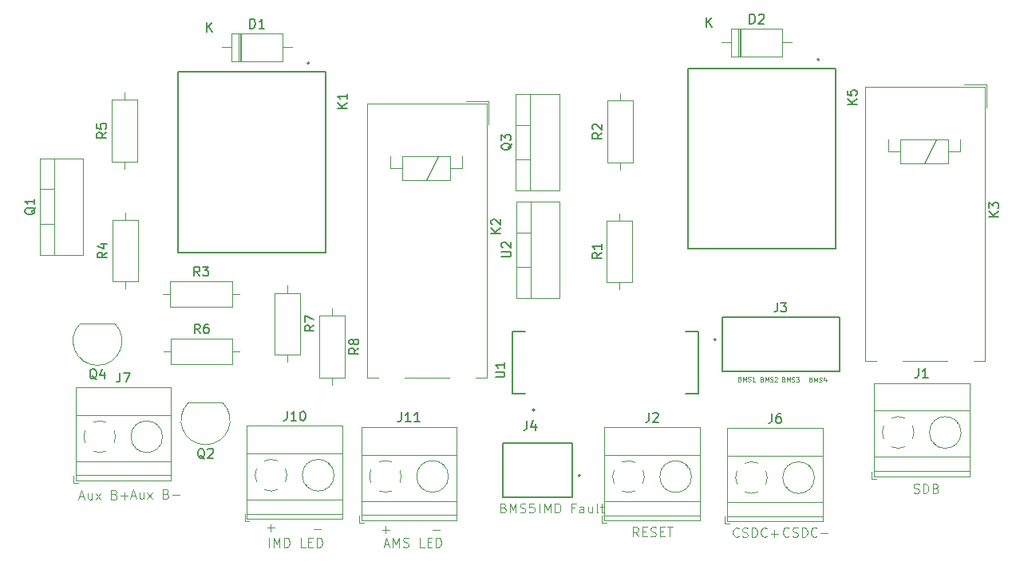
<source format=gbr>
%TF.GenerationSoftware,KiCad,Pcbnew,7.0.5*%
%TF.CreationDate,2023-12-12T17:16:25+05:30*%
%TF.ProjectId,charger ShutDown Circuit,63686172-6765-4722-9053-687574446f77,rev?*%
%TF.SameCoordinates,Original*%
%TF.FileFunction,Legend,Top*%
%TF.FilePolarity,Positive*%
%FSLAX46Y46*%
G04 Gerber Fmt 4.6, Leading zero omitted, Abs format (unit mm)*
G04 Created by KiCad (PCBNEW 7.0.5) date 2023-12-12 17:16:25*
%MOMM*%
%LPD*%
G01*
G04 APERTURE LIST*
%ADD10C,0.100000*%
%ADD11C,0.150000*%
%ADD12C,0.127000*%
%ADD13C,0.200000*%
%ADD14C,0.120000*%
G04 APERTURE END LIST*
D10*
X53643884Y-76910619D02*
X53643884Y-75910619D01*
X54120074Y-76910619D02*
X54120074Y-75910619D01*
X54120074Y-75910619D02*
X54453407Y-76624904D01*
X54453407Y-76624904D02*
X54786740Y-75910619D01*
X54786740Y-75910619D02*
X54786740Y-76910619D01*
X55262931Y-76910619D02*
X55262931Y-75910619D01*
X55262931Y-75910619D02*
X55501026Y-75910619D01*
X55501026Y-75910619D02*
X55643883Y-75958238D01*
X55643883Y-75958238D02*
X55739121Y-76053476D01*
X55739121Y-76053476D02*
X55786740Y-76148714D01*
X55786740Y-76148714D02*
X55834359Y-76339190D01*
X55834359Y-76339190D02*
X55834359Y-76482047D01*
X55834359Y-76482047D02*
X55786740Y-76672523D01*
X55786740Y-76672523D02*
X55739121Y-76767761D01*
X55739121Y-76767761D02*
X55643883Y-76863000D01*
X55643883Y-76863000D02*
X55501026Y-76910619D01*
X55501026Y-76910619D02*
X55262931Y-76910619D01*
X57501026Y-76910619D02*
X57024836Y-76910619D01*
X57024836Y-76910619D02*
X57024836Y-75910619D01*
X57834360Y-76386809D02*
X58167693Y-76386809D01*
X58310550Y-76910619D02*
X57834360Y-76910619D01*
X57834360Y-76910619D02*
X57834360Y-75910619D01*
X57834360Y-75910619D02*
X58310550Y-75910619D01*
X58739122Y-76910619D02*
X58739122Y-75910619D01*
X58739122Y-75910619D02*
X58977217Y-75910619D01*
X58977217Y-75910619D02*
X59120074Y-75958238D01*
X59120074Y-75958238D02*
X59215312Y-76053476D01*
X59215312Y-76053476D02*
X59262931Y-76148714D01*
X59262931Y-76148714D02*
X59310550Y-76339190D01*
X59310550Y-76339190D02*
X59310550Y-76482047D01*
X59310550Y-76482047D02*
X59262931Y-76672523D01*
X59262931Y-76672523D02*
X59215312Y-76767761D01*
X59215312Y-76767761D02*
X59120074Y-76863000D01*
X59120074Y-76863000D02*
X58977217Y-76910619D01*
X58977217Y-76910619D02*
X58739122Y-76910619D01*
X39016665Y-71468704D02*
X39492855Y-71468704D01*
X38921427Y-71754419D02*
X39254760Y-70754419D01*
X39254760Y-70754419D02*
X39588093Y-71754419D01*
X40349998Y-71087752D02*
X40349998Y-71754419D01*
X39921427Y-71087752D02*
X39921427Y-71611561D01*
X39921427Y-71611561D02*
X39969046Y-71706800D01*
X39969046Y-71706800D02*
X40064284Y-71754419D01*
X40064284Y-71754419D02*
X40207141Y-71754419D01*
X40207141Y-71754419D02*
X40302379Y-71706800D01*
X40302379Y-71706800D02*
X40349998Y-71659180D01*
X40730951Y-71754419D02*
X41254760Y-71087752D01*
X40730951Y-71087752D02*
X41254760Y-71754419D01*
X42730951Y-71230609D02*
X42873808Y-71278228D01*
X42873808Y-71278228D02*
X42921427Y-71325847D01*
X42921427Y-71325847D02*
X42969046Y-71421085D01*
X42969046Y-71421085D02*
X42969046Y-71563942D01*
X42969046Y-71563942D02*
X42921427Y-71659180D01*
X42921427Y-71659180D02*
X42873808Y-71706800D01*
X42873808Y-71706800D02*
X42778570Y-71754419D01*
X42778570Y-71754419D02*
X42397618Y-71754419D01*
X42397618Y-71754419D02*
X42397618Y-70754419D01*
X42397618Y-70754419D02*
X42730951Y-70754419D01*
X42730951Y-70754419D02*
X42826189Y-70802038D01*
X42826189Y-70802038D02*
X42873808Y-70849657D01*
X42873808Y-70849657D02*
X42921427Y-70944895D01*
X42921427Y-70944895D02*
X42921427Y-71040133D01*
X42921427Y-71040133D02*
X42873808Y-71135371D01*
X42873808Y-71135371D02*
X42826189Y-71182990D01*
X42826189Y-71182990D02*
X42730951Y-71230609D01*
X42730951Y-71230609D02*
X42397618Y-71230609D01*
X43397618Y-71373466D02*
X44159523Y-71373466D01*
X108225303Y-59082304D02*
X108296731Y-59106114D01*
X108296731Y-59106114D02*
X108320541Y-59129923D01*
X108320541Y-59129923D02*
X108344350Y-59177542D01*
X108344350Y-59177542D02*
X108344350Y-59248971D01*
X108344350Y-59248971D02*
X108320541Y-59296590D01*
X108320541Y-59296590D02*
X108296731Y-59320400D01*
X108296731Y-59320400D02*
X108249112Y-59344209D01*
X108249112Y-59344209D02*
X108058636Y-59344209D01*
X108058636Y-59344209D02*
X108058636Y-58844209D01*
X108058636Y-58844209D02*
X108225303Y-58844209D01*
X108225303Y-58844209D02*
X108272922Y-58868019D01*
X108272922Y-58868019D02*
X108296731Y-58891828D01*
X108296731Y-58891828D02*
X108320541Y-58939447D01*
X108320541Y-58939447D02*
X108320541Y-58987066D01*
X108320541Y-58987066D02*
X108296731Y-59034685D01*
X108296731Y-59034685D02*
X108272922Y-59058495D01*
X108272922Y-59058495D02*
X108225303Y-59082304D01*
X108225303Y-59082304D02*
X108058636Y-59082304D01*
X108558636Y-59344209D02*
X108558636Y-58844209D01*
X108558636Y-58844209D02*
X108725303Y-59201352D01*
X108725303Y-59201352D02*
X108891969Y-58844209D01*
X108891969Y-58844209D02*
X108891969Y-59344209D01*
X109106256Y-59320400D02*
X109177684Y-59344209D01*
X109177684Y-59344209D02*
X109296732Y-59344209D01*
X109296732Y-59344209D02*
X109344351Y-59320400D01*
X109344351Y-59320400D02*
X109368160Y-59296590D01*
X109368160Y-59296590D02*
X109391970Y-59248971D01*
X109391970Y-59248971D02*
X109391970Y-59201352D01*
X109391970Y-59201352D02*
X109368160Y-59153733D01*
X109368160Y-59153733D02*
X109344351Y-59129923D01*
X109344351Y-59129923D02*
X109296732Y-59106114D01*
X109296732Y-59106114D02*
X109201494Y-59082304D01*
X109201494Y-59082304D02*
X109153875Y-59058495D01*
X109153875Y-59058495D02*
X109130065Y-59034685D01*
X109130065Y-59034685D02*
X109106256Y-58987066D01*
X109106256Y-58987066D02*
X109106256Y-58939447D01*
X109106256Y-58939447D02*
X109130065Y-58891828D01*
X109130065Y-58891828D02*
X109153875Y-58868019D01*
X109153875Y-58868019D02*
X109201494Y-58844209D01*
X109201494Y-58844209D02*
X109320541Y-58844209D01*
X109320541Y-58844209D02*
X109391970Y-58868019D01*
X109558636Y-58844209D02*
X109868160Y-58844209D01*
X109868160Y-58844209D02*
X109701493Y-59034685D01*
X109701493Y-59034685D02*
X109772922Y-59034685D01*
X109772922Y-59034685D02*
X109820541Y-59058495D01*
X109820541Y-59058495D02*
X109844350Y-59082304D01*
X109844350Y-59082304D02*
X109868160Y-59129923D01*
X109868160Y-59129923D02*
X109868160Y-59248971D01*
X109868160Y-59248971D02*
X109844350Y-59296590D01*
X109844350Y-59296590D02*
X109820541Y-59320400D01*
X109820541Y-59320400D02*
X109772922Y-59344209D01*
X109772922Y-59344209D02*
X109630065Y-59344209D01*
X109630065Y-59344209D02*
X109582446Y-59320400D01*
X109582446Y-59320400D02*
X109558636Y-59296590D01*
X33530265Y-71544904D02*
X34006455Y-71544904D01*
X33435027Y-71830619D02*
X33768360Y-70830619D01*
X33768360Y-70830619D02*
X34101693Y-71830619D01*
X34863598Y-71163952D02*
X34863598Y-71830619D01*
X34435027Y-71163952D02*
X34435027Y-71687761D01*
X34435027Y-71687761D02*
X34482646Y-71783000D01*
X34482646Y-71783000D02*
X34577884Y-71830619D01*
X34577884Y-71830619D02*
X34720741Y-71830619D01*
X34720741Y-71830619D02*
X34815979Y-71783000D01*
X34815979Y-71783000D02*
X34863598Y-71735380D01*
X35244551Y-71830619D02*
X35768360Y-71163952D01*
X35244551Y-71163952D02*
X35768360Y-71830619D01*
X37244551Y-71306809D02*
X37387408Y-71354428D01*
X37387408Y-71354428D02*
X37435027Y-71402047D01*
X37435027Y-71402047D02*
X37482646Y-71497285D01*
X37482646Y-71497285D02*
X37482646Y-71640142D01*
X37482646Y-71640142D02*
X37435027Y-71735380D01*
X37435027Y-71735380D02*
X37387408Y-71783000D01*
X37387408Y-71783000D02*
X37292170Y-71830619D01*
X37292170Y-71830619D02*
X36911218Y-71830619D01*
X36911218Y-71830619D02*
X36911218Y-70830619D01*
X36911218Y-70830619D02*
X37244551Y-70830619D01*
X37244551Y-70830619D02*
X37339789Y-70878238D01*
X37339789Y-70878238D02*
X37387408Y-70925857D01*
X37387408Y-70925857D02*
X37435027Y-71021095D01*
X37435027Y-71021095D02*
X37435027Y-71116333D01*
X37435027Y-71116333D02*
X37387408Y-71211571D01*
X37387408Y-71211571D02*
X37339789Y-71259190D01*
X37339789Y-71259190D02*
X37244551Y-71306809D01*
X37244551Y-71306809D02*
X36911218Y-71306809D01*
X37911218Y-71449666D02*
X38673123Y-71449666D01*
X38292170Y-71830619D02*
X38292170Y-71068714D01*
X111120903Y-59107704D02*
X111192331Y-59131514D01*
X111192331Y-59131514D02*
X111216141Y-59155323D01*
X111216141Y-59155323D02*
X111239950Y-59202942D01*
X111239950Y-59202942D02*
X111239950Y-59274371D01*
X111239950Y-59274371D02*
X111216141Y-59321990D01*
X111216141Y-59321990D02*
X111192331Y-59345800D01*
X111192331Y-59345800D02*
X111144712Y-59369609D01*
X111144712Y-59369609D02*
X110954236Y-59369609D01*
X110954236Y-59369609D02*
X110954236Y-58869609D01*
X110954236Y-58869609D02*
X111120903Y-58869609D01*
X111120903Y-58869609D02*
X111168522Y-58893419D01*
X111168522Y-58893419D02*
X111192331Y-58917228D01*
X111192331Y-58917228D02*
X111216141Y-58964847D01*
X111216141Y-58964847D02*
X111216141Y-59012466D01*
X111216141Y-59012466D02*
X111192331Y-59060085D01*
X111192331Y-59060085D02*
X111168522Y-59083895D01*
X111168522Y-59083895D02*
X111120903Y-59107704D01*
X111120903Y-59107704D02*
X110954236Y-59107704D01*
X111454236Y-59369609D02*
X111454236Y-58869609D01*
X111454236Y-58869609D02*
X111620903Y-59226752D01*
X111620903Y-59226752D02*
X111787569Y-58869609D01*
X111787569Y-58869609D02*
X111787569Y-59369609D01*
X112001856Y-59345800D02*
X112073284Y-59369609D01*
X112073284Y-59369609D02*
X112192332Y-59369609D01*
X112192332Y-59369609D02*
X112239951Y-59345800D01*
X112239951Y-59345800D02*
X112263760Y-59321990D01*
X112263760Y-59321990D02*
X112287570Y-59274371D01*
X112287570Y-59274371D02*
X112287570Y-59226752D01*
X112287570Y-59226752D02*
X112263760Y-59179133D01*
X112263760Y-59179133D02*
X112239951Y-59155323D01*
X112239951Y-59155323D02*
X112192332Y-59131514D01*
X112192332Y-59131514D02*
X112097094Y-59107704D01*
X112097094Y-59107704D02*
X112049475Y-59083895D01*
X112049475Y-59083895D02*
X112025665Y-59060085D01*
X112025665Y-59060085D02*
X112001856Y-59012466D01*
X112001856Y-59012466D02*
X112001856Y-58964847D01*
X112001856Y-58964847D02*
X112025665Y-58917228D01*
X112025665Y-58917228D02*
X112049475Y-58893419D01*
X112049475Y-58893419D02*
X112097094Y-58869609D01*
X112097094Y-58869609D02*
X112216141Y-58869609D01*
X112216141Y-58869609D02*
X112287570Y-58893419D01*
X112716141Y-59036276D02*
X112716141Y-59369609D01*
X112597093Y-58845800D02*
X112478046Y-59202942D01*
X112478046Y-59202942D02*
X112787569Y-59202942D01*
X65889865Y-76624904D02*
X66366055Y-76624904D01*
X65794627Y-76910619D02*
X66127960Y-75910619D01*
X66127960Y-75910619D02*
X66461293Y-76910619D01*
X66794627Y-76910619D02*
X66794627Y-75910619D01*
X66794627Y-75910619D02*
X67127960Y-76624904D01*
X67127960Y-76624904D02*
X67461293Y-75910619D01*
X67461293Y-75910619D02*
X67461293Y-76910619D01*
X67889865Y-76863000D02*
X68032722Y-76910619D01*
X68032722Y-76910619D02*
X68270817Y-76910619D01*
X68270817Y-76910619D02*
X68366055Y-76863000D01*
X68366055Y-76863000D02*
X68413674Y-76815380D01*
X68413674Y-76815380D02*
X68461293Y-76720142D01*
X68461293Y-76720142D02*
X68461293Y-76624904D01*
X68461293Y-76624904D02*
X68413674Y-76529666D01*
X68413674Y-76529666D02*
X68366055Y-76482047D01*
X68366055Y-76482047D02*
X68270817Y-76434428D01*
X68270817Y-76434428D02*
X68080341Y-76386809D01*
X68080341Y-76386809D02*
X67985103Y-76339190D01*
X67985103Y-76339190D02*
X67937484Y-76291571D01*
X67937484Y-76291571D02*
X67889865Y-76196333D01*
X67889865Y-76196333D02*
X67889865Y-76101095D01*
X67889865Y-76101095D02*
X67937484Y-76005857D01*
X67937484Y-76005857D02*
X67985103Y-75958238D01*
X67985103Y-75958238D02*
X68080341Y-75910619D01*
X68080341Y-75910619D02*
X68318436Y-75910619D01*
X68318436Y-75910619D02*
X68461293Y-75958238D01*
X70127960Y-76910619D02*
X69651770Y-76910619D01*
X69651770Y-76910619D02*
X69651770Y-75910619D01*
X70461294Y-76386809D02*
X70794627Y-76386809D01*
X70937484Y-76910619D02*
X70461294Y-76910619D01*
X70461294Y-76910619D02*
X70461294Y-75910619D01*
X70461294Y-75910619D02*
X70937484Y-75910619D01*
X71366056Y-76910619D02*
X71366056Y-75910619D01*
X71366056Y-75910619D02*
X71604151Y-75910619D01*
X71604151Y-75910619D02*
X71747008Y-75958238D01*
X71747008Y-75958238D02*
X71842246Y-76053476D01*
X71842246Y-76053476D02*
X71889865Y-76148714D01*
X71889865Y-76148714D02*
X71937484Y-76339190D01*
X71937484Y-76339190D02*
X71937484Y-76482047D01*
X71937484Y-76482047D02*
X71889865Y-76672523D01*
X71889865Y-76672523D02*
X71842246Y-76767761D01*
X71842246Y-76767761D02*
X71747008Y-76863000D01*
X71747008Y-76863000D02*
X71604151Y-76910619D01*
X71604151Y-76910619D02*
X71366056Y-76910619D01*
X103577103Y-59031504D02*
X103648531Y-59055314D01*
X103648531Y-59055314D02*
X103672341Y-59079123D01*
X103672341Y-59079123D02*
X103696150Y-59126742D01*
X103696150Y-59126742D02*
X103696150Y-59198171D01*
X103696150Y-59198171D02*
X103672341Y-59245790D01*
X103672341Y-59245790D02*
X103648531Y-59269600D01*
X103648531Y-59269600D02*
X103600912Y-59293409D01*
X103600912Y-59293409D02*
X103410436Y-59293409D01*
X103410436Y-59293409D02*
X103410436Y-58793409D01*
X103410436Y-58793409D02*
X103577103Y-58793409D01*
X103577103Y-58793409D02*
X103624722Y-58817219D01*
X103624722Y-58817219D02*
X103648531Y-58841028D01*
X103648531Y-58841028D02*
X103672341Y-58888647D01*
X103672341Y-58888647D02*
X103672341Y-58936266D01*
X103672341Y-58936266D02*
X103648531Y-58983885D01*
X103648531Y-58983885D02*
X103624722Y-59007695D01*
X103624722Y-59007695D02*
X103577103Y-59031504D01*
X103577103Y-59031504D02*
X103410436Y-59031504D01*
X103910436Y-59293409D02*
X103910436Y-58793409D01*
X103910436Y-58793409D02*
X104077103Y-59150552D01*
X104077103Y-59150552D02*
X104243769Y-58793409D01*
X104243769Y-58793409D02*
X104243769Y-59293409D01*
X104458056Y-59269600D02*
X104529484Y-59293409D01*
X104529484Y-59293409D02*
X104648532Y-59293409D01*
X104648532Y-59293409D02*
X104696151Y-59269600D01*
X104696151Y-59269600D02*
X104719960Y-59245790D01*
X104719960Y-59245790D02*
X104743770Y-59198171D01*
X104743770Y-59198171D02*
X104743770Y-59150552D01*
X104743770Y-59150552D02*
X104719960Y-59102933D01*
X104719960Y-59102933D02*
X104696151Y-59079123D01*
X104696151Y-59079123D02*
X104648532Y-59055314D01*
X104648532Y-59055314D02*
X104553294Y-59031504D01*
X104553294Y-59031504D02*
X104505675Y-59007695D01*
X104505675Y-59007695D02*
X104481865Y-58983885D01*
X104481865Y-58983885D02*
X104458056Y-58936266D01*
X104458056Y-58936266D02*
X104458056Y-58888647D01*
X104458056Y-58888647D02*
X104481865Y-58841028D01*
X104481865Y-58841028D02*
X104505675Y-58817219D01*
X104505675Y-58817219D02*
X104553294Y-58793409D01*
X104553294Y-58793409D02*
X104672341Y-58793409D01*
X104672341Y-58793409D02*
X104743770Y-58817219D01*
X105219960Y-59293409D02*
X104934246Y-59293409D01*
X105077103Y-59293409D02*
X105077103Y-58793409D01*
X105077103Y-58793409D02*
X105029484Y-58864838D01*
X105029484Y-58864838D02*
X104981865Y-58912457D01*
X104981865Y-58912457D02*
X104934246Y-58936266D01*
X82371284Y-73253019D02*
X82371284Y-72253019D01*
X82847474Y-73253019D02*
X82847474Y-72253019D01*
X82847474Y-72253019D02*
X83180807Y-72967304D01*
X83180807Y-72967304D02*
X83514140Y-72253019D01*
X83514140Y-72253019D02*
X83514140Y-73253019D01*
X83990331Y-73253019D02*
X83990331Y-72253019D01*
X83990331Y-72253019D02*
X84228426Y-72253019D01*
X84228426Y-72253019D02*
X84371283Y-72300638D01*
X84371283Y-72300638D02*
X84466521Y-72395876D01*
X84466521Y-72395876D02*
X84514140Y-72491114D01*
X84514140Y-72491114D02*
X84561759Y-72681590D01*
X84561759Y-72681590D02*
X84561759Y-72824447D01*
X84561759Y-72824447D02*
X84514140Y-73014923D01*
X84514140Y-73014923D02*
X84466521Y-73110161D01*
X84466521Y-73110161D02*
X84371283Y-73205400D01*
X84371283Y-73205400D02*
X84228426Y-73253019D01*
X84228426Y-73253019D02*
X83990331Y-73253019D01*
X86085569Y-72729209D02*
X85752236Y-72729209D01*
X85752236Y-73253019D02*
X85752236Y-72253019D01*
X85752236Y-72253019D02*
X86228426Y-72253019D01*
X87037950Y-73253019D02*
X87037950Y-72729209D01*
X87037950Y-72729209D02*
X86990331Y-72633971D01*
X86990331Y-72633971D02*
X86895093Y-72586352D01*
X86895093Y-72586352D02*
X86704617Y-72586352D01*
X86704617Y-72586352D02*
X86609379Y-72633971D01*
X87037950Y-73205400D02*
X86942712Y-73253019D01*
X86942712Y-73253019D02*
X86704617Y-73253019D01*
X86704617Y-73253019D02*
X86609379Y-73205400D01*
X86609379Y-73205400D02*
X86561760Y-73110161D01*
X86561760Y-73110161D02*
X86561760Y-73014923D01*
X86561760Y-73014923D02*
X86609379Y-72919685D01*
X86609379Y-72919685D02*
X86704617Y-72872066D01*
X86704617Y-72872066D02*
X86942712Y-72872066D01*
X86942712Y-72872066D02*
X87037950Y-72824447D01*
X87942712Y-72586352D02*
X87942712Y-73253019D01*
X87514141Y-72586352D02*
X87514141Y-73110161D01*
X87514141Y-73110161D02*
X87561760Y-73205400D01*
X87561760Y-73205400D02*
X87656998Y-73253019D01*
X87656998Y-73253019D02*
X87799855Y-73253019D01*
X87799855Y-73253019D02*
X87895093Y-73205400D01*
X87895093Y-73205400D02*
X87942712Y-73157780D01*
X88561760Y-73253019D02*
X88466522Y-73205400D01*
X88466522Y-73205400D02*
X88418903Y-73110161D01*
X88418903Y-73110161D02*
X88418903Y-72253019D01*
X88799856Y-72586352D02*
X89180808Y-72586352D01*
X88942713Y-72253019D02*
X88942713Y-73110161D01*
X88942713Y-73110161D02*
X88990332Y-73205400D01*
X88990332Y-73205400D02*
X89085570Y-73253019D01*
X89085570Y-73253019D02*
X89180808Y-73253019D01*
X122049265Y-71122600D02*
X122192122Y-71170219D01*
X122192122Y-71170219D02*
X122430217Y-71170219D01*
X122430217Y-71170219D02*
X122525455Y-71122600D01*
X122525455Y-71122600D02*
X122573074Y-71074980D01*
X122573074Y-71074980D02*
X122620693Y-70979742D01*
X122620693Y-70979742D02*
X122620693Y-70884504D01*
X122620693Y-70884504D02*
X122573074Y-70789266D01*
X122573074Y-70789266D02*
X122525455Y-70741647D01*
X122525455Y-70741647D02*
X122430217Y-70694028D01*
X122430217Y-70694028D02*
X122239741Y-70646409D01*
X122239741Y-70646409D02*
X122144503Y-70598790D01*
X122144503Y-70598790D02*
X122096884Y-70551171D01*
X122096884Y-70551171D02*
X122049265Y-70455933D01*
X122049265Y-70455933D02*
X122049265Y-70360695D01*
X122049265Y-70360695D02*
X122096884Y-70265457D01*
X122096884Y-70265457D02*
X122144503Y-70217838D01*
X122144503Y-70217838D02*
X122239741Y-70170219D01*
X122239741Y-70170219D02*
X122477836Y-70170219D01*
X122477836Y-70170219D02*
X122620693Y-70217838D01*
X123049265Y-71170219D02*
X123049265Y-70170219D01*
X123049265Y-70170219D02*
X123287360Y-70170219D01*
X123287360Y-70170219D02*
X123430217Y-70217838D01*
X123430217Y-70217838D02*
X123525455Y-70313076D01*
X123525455Y-70313076D02*
X123573074Y-70408314D01*
X123573074Y-70408314D02*
X123620693Y-70598790D01*
X123620693Y-70598790D02*
X123620693Y-70741647D01*
X123620693Y-70741647D02*
X123573074Y-70932123D01*
X123573074Y-70932123D02*
X123525455Y-71027361D01*
X123525455Y-71027361D02*
X123430217Y-71122600D01*
X123430217Y-71122600D02*
X123287360Y-71170219D01*
X123287360Y-71170219D02*
X123049265Y-71170219D01*
X124382598Y-70646409D02*
X124525455Y-70694028D01*
X124525455Y-70694028D02*
X124573074Y-70741647D01*
X124573074Y-70741647D02*
X124620693Y-70836885D01*
X124620693Y-70836885D02*
X124620693Y-70979742D01*
X124620693Y-70979742D02*
X124573074Y-71074980D01*
X124573074Y-71074980D02*
X124525455Y-71122600D01*
X124525455Y-71122600D02*
X124430217Y-71170219D01*
X124430217Y-71170219D02*
X124049265Y-71170219D01*
X124049265Y-71170219D02*
X124049265Y-70170219D01*
X124049265Y-70170219D02*
X124382598Y-70170219D01*
X124382598Y-70170219D02*
X124477836Y-70217838D01*
X124477836Y-70217838D02*
X124525455Y-70265457D01*
X124525455Y-70265457D02*
X124573074Y-70360695D01*
X124573074Y-70360695D02*
X124573074Y-70455933D01*
X124573074Y-70455933D02*
X124525455Y-70551171D01*
X124525455Y-70551171D02*
X124477836Y-70598790D01*
X124477836Y-70598790D02*
X124382598Y-70646409D01*
X124382598Y-70646409D02*
X124049265Y-70646409D01*
X103491312Y-75748580D02*
X103443693Y-75796200D01*
X103443693Y-75796200D02*
X103300836Y-75843819D01*
X103300836Y-75843819D02*
X103205598Y-75843819D01*
X103205598Y-75843819D02*
X103062741Y-75796200D01*
X103062741Y-75796200D02*
X102967503Y-75700961D01*
X102967503Y-75700961D02*
X102919884Y-75605723D01*
X102919884Y-75605723D02*
X102872265Y-75415247D01*
X102872265Y-75415247D02*
X102872265Y-75272390D01*
X102872265Y-75272390D02*
X102919884Y-75081914D01*
X102919884Y-75081914D02*
X102967503Y-74986676D01*
X102967503Y-74986676D02*
X103062741Y-74891438D01*
X103062741Y-74891438D02*
X103205598Y-74843819D01*
X103205598Y-74843819D02*
X103300836Y-74843819D01*
X103300836Y-74843819D02*
X103443693Y-74891438D01*
X103443693Y-74891438D02*
X103491312Y-74939057D01*
X103872265Y-75796200D02*
X104015122Y-75843819D01*
X104015122Y-75843819D02*
X104253217Y-75843819D01*
X104253217Y-75843819D02*
X104348455Y-75796200D01*
X104348455Y-75796200D02*
X104396074Y-75748580D01*
X104396074Y-75748580D02*
X104443693Y-75653342D01*
X104443693Y-75653342D02*
X104443693Y-75558104D01*
X104443693Y-75558104D02*
X104396074Y-75462866D01*
X104396074Y-75462866D02*
X104348455Y-75415247D01*
X104348455Y-75415247D02*
X104253217Y-75367628D01*
X104253217Y-75367628D02*
X104062741Y-75320009D01*
X104062741Y-75320009D02*
X103967503Y-75272390D01*
X103967503Y-75272390D02*
X103919884Y-75224771D01*
X103919884Y-75224771D02*
X103872265Y-75129533D01*
X103872265Y-75129533D02*
X103872265Y-75034295D01*
X103872265Y-75034295D02*
X103919884Y-74939057D01*
X103919884Y-74939057D02*
X103967503Y-74891438D01*
X103967503Y-74891438D02*
X104062741Y-74843819D01*
X104062741Y-74843819D02*
X104300836Y-74843819D01*
X104300836Y-74843819D02*
X104443693Y-74891438D01*
X104872265Y-75843819D02*
X104872265Y-74843819D01*
X104872265Y-74843819D02*
X105110360Y-74843819D01*
X105110360Y-74843819D02*
X105253217Y-74891438D01*
X105253217Y-74891438D02*
X105348455Y-74986676D01*
X105348455Y-74986676D02*
X105396074Y-75081914D01*
X105396074Y-75081914D02*
X105443693Y-75272390D01*
X105443693Y-75272390D02*
X105443693Y-75415247D01*
X105443693Y-75415247D02*
X105396074Y-75605723D01*
X105396074Y-75605723D02*
X105348455Y-75700961D01*
X105348455Y-75700961D02*
X105253217Y-75796200D01*
X105253217Y-75796200D02*
X105110360Y-75843819D01*
X105110360Y-75843819D02*
X104872265Y-75843819D01*
X106443693Y-75748580D02*
X106396074Y-75796200D01*
X106396074Y-75796200D02*
X106253217Y-75843819D01*
X106253217Y-75843819D02*
X106157979Y-75843819D01*
X106157979Y-75843819D02*
X106015122Y-75796200D01*
X106015122Y-75796200D02*
X105919884Y-75700961D01*
X105919884Y-75700961D02*
X105872265Y-75605723D01*
X105872265Y-75605723D02*
X105824646Y-75415247D01*
X105824646Y-75415247D02*
X105824646Y-75272390D01*
X105824646Y-75272390D02*
X105872265Y-75081914D01*
X105872265Y-75081914D02*
X105919884Y-74986676D01*
X105919884Y-74986676D02*
X106015122Y-74891438D01*
X106015122Y-74891438D02*
X106157979Y-74843819D01*
X106157979Y-74843819D02*
X106253217Y-74843819D01*
X106253217Y-74843819D02*
X106396074Y-74891438D01*
X106396074Y-74891438D02*
X106443693Y-74939057D01*
X106872265Y-75462866D02*
X107634170Y-75462866D01*
X107253217Y-75843819D02*
X107253217Y-75081914D01*
X58419084Y-74980266D02*
X59180989Y-74980266D01*
X92848712Y-75767619D02*
X92515379Y-75291428D01*
X92277284Y-75767619D02*
X92277284Y-74767619D01*
X92277284Y-74767619D02*
X92658236Y-74767619D01*
X92658236Y-74767619D02*
X92753474Y-74815238D01*
X92753474Y-74815238D02*
X92801093Y-74862857D01*
X92801093Y-74862857D02*
X92848712Y-74958095D01*
X92848712Y-74958095D02*
X92848712Y-75100952D01*
X92848712Y-75100952D02*
X92801093Y-75196190D01*
X92801093Y-75196190D02*
X92753474Y-75243809D01*
X92753474Y-75243809D02*
X92658236Y-75291428D01*
X92658236Y-75291428D02*
X92277284Y-75291428D01*
X93277284Y-75243809D02*
X93610617Y-75243809D01*
X93753474Y-75767619D02*
X93277284Y-75767619D01*
X93277284Y-75767619D02*
X93277284Y-74767619D01*
X93277284Y-74767619D02*
X93753474Y-74767619D01*
X94134427Y-75720000D02*
X94277284Y-75767619D01*
X94277284Y-75767619D02*
X94515379Y-75767619D01*
X94515379Y-75767619D02*
X94610617Y-75720000D01*
X94610617Y-75720000D02*
X94658236Y-75672380D01*
X94658236Y-75672380D02*
X94705855Y-75577142D01*
X94705855Y-75577142D02*
X94705855Y-75481904D01*
X94705855Y-75481904D02*
X94658236Y-75386666D01*
X94658236Y-75386666D02*
X94610617Y-75339047D01*
X94610617Y-75339047D02*
X94515379Y-75291428D01*
X94515379Y-75291428D02*
X94324903Y-75243809D01*
X94324903Y-75243809D02*
X94229665Y-75196190D01*
X94229665Y-75196190D02*
X94182046Y-75148571D01*
X94182046Y-75148571D02*
X94134427Y-75053333D01*
X94134427Y-75053333D02*
X94134427Y-74958095D01*
X94134427Y-74958095D02*
X94182046Y-74862857D01*
X94182046Y-74862857D02*
X94229665Y-74815238D01*
X94229665Y-74815238D02*
X94324903Y-74767619D01*
X94324903Y-74767619D02*
X94562998Y-74767619D01*
X94562998Y-74767619D02*
X94705855Y-74815238D01*
X95134427Y-75243809D02*
X95467760Y-75243809D01*
X95610617Y-75767619D02*
X95134427Y-75767619D01*
X95134427Y-75767619D02*
X95134427Y-74767619D01*
X95134427Y-74767619D02*
X95610617Y-74767619D01*
X95896332Y-74767619D02*
X96467760Y-74767619D01*
X96182046Y-75767619D02*
X96182046Y-74767619D01*
X65632684Y-75056466D02*
X66394589Y-75056466D01*
X66013636Y-75437419D02*
X66013636Y-74675514D01*
X108799912Y-75723180D02*
X108752293Y-75770800D01*
X108752293Y-75770800D02*
X108609436Y-75818419D01*
X108609436Y-75818419D02*
X108514198Y-75818419D01*
X108514198Y-75818419D02*
X108371341Y-75770800D01*
X108371341Y-75770800D02*
X108276103Y-75675561D01*
X108276103Y-75675561D02*
X108228484Y-75580323D01*
X108228484Y-75580323D02*
X108180865Y-75389847D01*
X108180865Y-75389847D02*
X108180865Y-75246990D01*
X108180865Y-75246990D02*
X108228484Y-75056514D01*
X108228484Y-75056514D02*
X108276103Y-74961276D01*
X108276103Y-74961276D02*
X108371341Y-74866038D01*
X108371341Y-74866038D02*
X108514198Y-74818419D01*
X108514198Y-74818419D02*
X108609436Y-74818419D01*
X108609436Y-74818419D02*
X108752293Y-74866038D01*
X108752293Y-74866038D02*
X108799912Y-74913657D01*
X109180865Y-75770800D02*
X109323722Y-75818419D01*
X109323722Y-75818419D02*
X109561817Y-75818419D01*
X109561817Y-75818419D02*
X109657055Y-75770800D01*
X109657055Y-75770800D02*
X109704674Y-75723180D01*
X109704674Y-75723180D02*
X109752293Y-75627942D01*
X109752293Y-75627942D02*
X109752293Y-75532704D01*
X109752293Y-75532704D02*
X109704674Y-75437466D01*
X109704674Y-75437466D02*
X109657055Y-75389847D01*
X109657055Y-75389847D02*
X109561817Y-75342228D01*
X109561817Y-75342228D02*
X109371341Y-75294609D01*
X109371341Y-75294609D02*
X109276103Y-75246990D01*
X109276103Y-75246990D02*
X109228484Y-75199371D01*
X109228484Y-75199371D02*
X109180865Y-75104133D01*
X109180865Y-75104133D02*
X109180865Y-75008895D01*
X109180865Y-75008895D02*
X109228484Y-74913657D01*
X109228484Y-74913657D02*
X109276103Y-74866038D01*
X109276103Y-74866038D02*
X109371341Y-74818419D01*
X109371341Y-74818419D02*
X109609436Y-74818419D01*
X109609436Y-74818419D02*
X109752293Y-74866038D01*
X110180865Y-75818419D02*
X110180865Y-74818419D01*
X110180865Y-74818419D02*
X110418960Y-74818419D01*
X110418960Y-74818419D02*
X110561817Y-74866038D01*
X110561817Y-74866038D02*
X110657055Y-74961276D01*
X110657055Y-74961276D02*
X110704674Y-75056514D01*
X110704674Y-75056514D02*
X110752293Y-75246990D01*
X110752293Y-75246990D02*
X110752293Y-75389847D01*
X110752293Y-75389847D02*
X110704674Y-75580323D01*
X110704674Y-75580323D02*
X110657055Y-75675561D01*
X110657055Y-75675561D02*
X110561817Y-75770800D01*
X110561817Y-75770800D02*
X110418960Y-75818419D01*
X110418960Y-75818419D02*
X110180865Y-75818419D01*
X111752293Y-75723180D02*
X111704674Y-75770800D01*
X111704674Y-75770800D02*
X111561817Y-75818419D01*
X111561817Y-75818419D02*
X111466579Y-75818419D01*
X111466579Y-75818419D02*
X111323722Y-75770800D01*
X111323722Y-75770800D02*
X111228484Y-75675561D01*
X111228484Y-75675561D02*
X111180865Y-75580323D01*
X111180865Y-75580323D02*
X111133246Y-75389847D01*
X111133246Y-75389847D02*
X111133246Y-75246990D01*
X111133246Y-75246990D02*
X111180865Y-75056514D01*
X111180865Y-75056514D02*
X111228484Y-74961276D01*
X111228484Y-74961276D02*
X111323722Y-74866038D01*
X111323722Y-74866038D02*
X111466579Y-74818419D01*
X111466579Y-74818419D02*
X111561817Y-74818419D01*
X111561817Y-74818419D02*
X111704674Y-74866038D01*
X111704674Y-74866038D02*
X111752293Y-74913657D01*
X112180865Y-75437466D02*
X112942770Y-75437466D01*
X70992084Y-75056466D02*
X71753989Y-75056466D01*
X53440684Y-74853266D02*
X54202589Y-74853266D01*
X53821636Y-75234219D02*
X53821636Y-74472314D01*
X78513617Y-72729209D02*
X78656474Y-72776828D01*
X78656474Y-72776828D02*
X78704093Y-72824447D01*
X78704093Y-72824447D02*
X78751712Y-72919685D01*
X78751712Y-72919685D02*
X78751712Y-73062542D01*
X78751712Y-73062542D02*
X78704093Y-73157780D01*
X78704093Y-73157780D02*
X78656474Y-73205400D01*
X78656474Y-73205400D02*
X78561236Y-73253019D01*
X78561236Y-73253019D02*
X78180284Y-73253019D01*
X78180284Y-73253019D02*
X78180284Y-72253019D01*
X78180284Y-72253019D02*
X78513617Y-72253019D01*
X78513617Y-72253019D02*
X78608855Y-72300638D01*
X78608855Y-72300638D02*
X78656474Y-72348257D01*
X78656474Y-72348257D02*
X78704093Y-72443495D01*
X78704093Y-72443495D02*
X78704093Y-72538733D01*
X78704093Y-72538733D02*
X78656474Y-72633971D01*
X78656474Y-72633971D02*
X78608855Y-72681590D01*
X78608855Y-72681590D02*
X78513617Y-72729209D01*
X78513617Y-72729209D02*
X78180284Y-72729209D01*
X79180284Y-73253019D02*
X79180284Y-72253019D01*
X79180284Y-72253019D02*
X79513617Y-72967304D01*
X79513617Y-72967304D02*
X79846950Y-72253019D01*
X79846950Y-72253019D02*
X79846950Y-73253019D01*
X80275522Y-73205400D02*
X80418379Y-73253019D01*
X80418379Y-73253019D02*
X80656474Y-73253019D01*
X80656474Y-73253019D02*
X80751712Y-73205400D01*
X80751712Y-73205400D02*
X80799331Y-73157780D01*
X80799331Y-73157780D02*
X80846950Y-73062542D01*
X80846950Y-73062542D02*
X80846950Y-72967304D01*
X80846950Y-72967304D02*
X80799331Y-72872066D01*
X80799331Y-72872066D02*
X80751712Y-72824447D01*
X80751712Y-72824447D02*
X80656474Y-72776828D01*
X80656474Y-72776828D02*
X80465998Y-72729209D01*
X80465998Y-72729209D02*
X80370760Y-72681590D01*
X80370760Y-72681590D02*
X80323141Y-72633971D01*
X80323141Y-72633971D02*
X80275522Y-72538733D01*
X80275522Y-72538733D02*
X80275522Y-72443495D01*
X80275522Y-72443495D02*
X80323141Y-72348257D01*
X80323141Y-72348257D02*
X80370760Y-72300638D01*
X80370760Y-72300638D02*
X80465998Y-72253019D01*
X80465998Y-72253019D02*
X80704093Y-72253019D01*
X80704093Y-72253019D02*
X80846950Y-72300638D01*
X81751712Y-72253019D02*
X81275522Y-72253019D01*
X81275522Y-72253019D02*
X81227903Y-72729209D01*
X81227903Y-72729209D02*
X81275522Y-72681590D01*
X81275522Y-72681590D02*
X81370760Y-72633971D01*
X81370760Y-72633971D02*
X81608855Y-72633971D01*
X81608855Y-72633971D02*
X81704093Y-72681590D01*
X81704093Y-72681590D02*
X81751712Y-72729209D01*
X81751712Y-72729209D02*
X81799331Y-72824447D01*
X81799331Y-72824447D02*
X81799331Y-73062542D01*
X81799331Y-73062542D02*
X81751712Y-73157780D01*
X81751712Y-73157780D02*
X81704093Y-73205400D01*
X81704093Y-73205400D02*
X81608855Y-73253019D01*
X81608855Y-73253019D02*
X81370760Y-73253019D01*
X81370760Y-73253019D02*
X81275522Y-73205400D01*
X81275522Y-73205400D02*
X81227903Y-73157780D01*
X105939303Y-59056904D02*
X106010731Y-59080714D01*
X106010731Y-59080714D02*
X106034541Y-59104523D01*
X106034541Y-59104523D02*
X106058350Y-59152142D01*
X106058350Y-59152142D02*
X106058350Y-59223571D01*
X106058350Y-59223571D02*
X106034541Y-59271190D01*
X106034541Y-59271190D02*
X106010731Y-59295000D01*
X106010731Y-59295000D02*
X105963112Y-59318809D01*
X105963112Y-59318809D02*
X105772636Y-59318809D01*
X105772636Y-59318809D02*
X105772636Y-58818809D01*
X105772636Y-58818809D02*
X105939303Y-58818809D01*
X105939303Y-58818809D02*
X105986922Y-58842619D01*
X105986922Y-58842619D02*
X106010731Y-58866428D01*
X106010731Y-58866428D02*
X106034541Y-58914047D01*
X106034541Y-58914047D02*
X106034541Y-58961666D01*
X106034541Y-58961666D02*
X106010731Y-59009285D01*
X106010731Y-59009285D02*
X105986922Y-59033095D01*
X105986922Y-59033095D02*
X105939303Y-59056904D01*
X105939303Y-59056904D02*
X105772636Y-59056904D01*
X106272636Y-59318809D02*
X106272636Y-58818809D01*
X106272636Y-58818809D02*
X106439303Y-59175952D01*
X106439303Y-59175952D02*
X106605969Y-58818809D01*
X106605969Y-58818809D02*
X106605969Y-59318809D01*
X106820256Y-59295000D02*
X106891684Y-59318809D01*
X106891684Y-59318809D02*
X107010732Y-59318809D01*
X107010732Y-59318809D02*
X107058351Y-59295000D01*
X107058351Y-59295000D02*
X107082160Y-59271190D01*
X107082160Y-59271190D02*
X107105970Y-59223571D01*
X107105970Y-59223571D02*
X107105970Y-59175952D01*
X107105970Y-59175952D02*
X107082160Y-59128333D01*
X107082160Y-59128333D02*
X107058351Y-59104523D01*
X107058351Y-59104523D02*
X107010732Y-59080714D01*
X107010732Y-59080714D02*
X106915494Y-59056904D01*
X106915494Y-59056904D02*
X106867875Y-59033095D01*
X106867875Y-59033095D02*
X106844065Y-59009285D01*
X106844065Y-59009285D02*
X106820256Y-58961666D01*
X106820256Y-58961666D02*
X106820256Y-58914047D01*
X106820256Y-58914047D02*
X106844065Y-58866428D01*
X106844065Y-58866428D02*
X106867875Y-58842619D01*
X106867875Y-58842619D02*
X106915494Y-58818809D01*
X106915494Y-58818809D02*
X107034541Y-58818809D01*
X107034541Y-58818809D02*
X107105970Y-58842619D01*
X107296446Y-58866428D02*
X107320255Y-58842619D01*
X107320255Y-58842619D02*
X107367874Y-58818809D01*
X107367874Y-58818809D02*
X107486922Y-58818809D01*
X107486922Y-58818809D02*
X107534541Y-58842619D01*
X107534541Y-58842619D02*
X107558350Y-58866428D01*
X107558350Y-58866428D02*
X107582160Y-58914047D01*
X107582160Y-58914047D02*
X107582160Y-58961666D01*
X107582160Y-58961666D02*
X107558350Y-59033095D01*
X107558350Y-59033095D02*
X107272636Y-59318809D01*
X107272636Y-59318809D02*
X107582160Y-59318809D01*
D11*
%TO.C,U1*%
X77651619Y-58856304D02*
X78461142Y-58856304D01*
X78461142Y-58856304D02*
X78556380Y-58808685D01*
X78556380Y-58808685D02*
X78604000Y-58761066D01*
X78604000Y-58761066D02*
X78651619Y-58665828D01*
X78651619Y-58665828D02*
X78651619Y-58475352D01*
X78651619Y-58475352D02*
X78604000Y-58380114D01*
X78604000Y-58380114D02*
X78556380Y-58332495D01*
X78556380Y-58332495D02*
X78461142Y-58284876D01*
X78461142Y-58284876D02*
X77651619Y-58284876D01*
X78651619Y-57284876D02*
X78651619Y-57856304D01*
X78651619Y-57570590D02*
X77651619Y-57570590D01*
X77651619Y-57570590D02*
X77794476Y-57665828D01*
X77794476Y-57665828D02*
X77889714Y-57761066D01*
X77889714Y-57761066D02*
X77937333Y-57856304D01*
%TO.C,U2*%
X78319019Y-46075504D02*
X79128542Y-46075504D01*
X79128542Y-46075504D02*
X79223780Y-46027885D01*
X79223780Y-46027885D02*
X79271400Y-45980266D01*
X79271400Y-45980266D02*
X79319019Y-45885028D01*
X79319019Y-45885028D02*
X79319019Y-45694552D01*
X79319019Y-45694552D02*
X79271400Y-45599314D01*
X79271400Y-45599314D02*
X79223780Y-45551695D01*
X79223780Y-45551695D02*
X79128542Y-45504076D01*
X79128542Y-45504076D02*
X78319019Y-45504076D01*
X78414257Y-45075504D02*
X78366638Y-45027885D01*
X78366638Y-45027885D02*
X78319019Y-44932647D01*
X78319019Y-44932647D02*
X78319019Y-44694552D01*
X78319019Y-44694552D02*
X78366638Y-44599314D01*
X78366638Y-44599314D02*
X78414257Y-44551695D01*
X78414257Y-44551695D02*
X78509495Y-44504076D01*
X78509495Y-44504076D02*
X78604733Y-44504076D01*
X78604733Y-44504076D02*
X78747590Y-44551695D01*
X78747590Y-44551695D02*
X79319019Y-45123123D01*
X79319019Y-45123123D02*
X79319019Y-44504076D01*
%TO.C,Q2*%
X46818561Y-67529457D02*
X46723323Y-67481838D01*
X46723323Y-67481838D02*
X46628085Y-67386600D01*
X46628085Y-67386600D02*
X46485228Y-67243742D01*
X46485228Y-67243742D02*
X46389990Y-67196123D01*
X46389990Y-67196123D02*
X46294752Y-67196123D01*
X46342371Y-67434219D02*
X46247133Y-67386600D01*
X46247133Y-67386600D02*
X46151895Y-67291361D01*
X46151895Y-67291361D02*
X46104276Y-67100885D01*
X46104276Y-67100885D02*
X46104276Y-66767552D01*
X46104276Y-66767552D02*
X46151895Y-66577076D01*
X46151895Y-66577076D02*
X46247133Y-66481838D01*
X46247133Y-66481838D02*
X46342371Y-66434219D01*
X46342371Y-66434219D02*
X46532847Y-66434219D01*
X46532847Y-66434219D02*
X46628085Y-66481838D01*
X46628085Y-66481838D02*
X46723323Y-66577076D01*
X46723323Y-66577076D02*
X46770942Y-66767552D01*
X46770942Y-66767552D02*
X46770942Y-67100885D01*
X46770942Y-67100885D02*
X46723323Y-67291361D01*
X46723323Y-67291361D02*
X46628085Y-67386600D01*
X46628085Y-67386600D02*
X46532847Y-67434219D01*
X46532847Y-67434219D02*
X46342371Y-67434219D01*
X47151895Y-66529457D02*
X47199514Y-66481838D01*
X47199514Y-66481838D02*
X47294752Y-66434219D01*
X47294752Y-66434219D02*
X47532847Y-66434219D01*
X47532847Y-66434219D02*
X47628085Y-66481838D01*
X47628085Y-66481838D02*
X47675704Y-66529457D01*
X47675704Y-66529457D02*
X47723323Y-66624695D01*
X47723323Y-66624695D02*
X47723323Y-66719933D01*
X47723323Y-66719933D02*
X47675704Y-66862790D01*
X47675704Y-66862790D02*
X47104276Y-67434219D01*
X47104276Y-67434219D02*
X47723323Y-67434219D01*
%TO.C,D1*%
X51636705Y-21784619D02*
X51636705Y-20784619D01*
X51636705Y-20784619D02*
X51874800Y-20784619D01*
X51874800Y-20784619D02*
X52017657Y-20832238D01*
X52017657Y-20832238D02*
X52112895Y-20927476D01*
X52112895Y-20927476D02*
X52160514Y-21022714D01*
X52160514Y-21022714D02*
X52208133Y-21213190D01*
X52208133Y-21213190D02*
X52208133Y-21356047D01*
X52208133Y-21356047D02*
X52160514Y-21546523D01*
X52160514Y-21546523D02*
X52112895Y-21641761D01*
X52112895Y-21641761D02*
X52017657Y-21737000D01*
X52017657Y-21737000D02*
X51874800Y-21784619D01*
X51874800Y-21784619D02*
X51636705Y-21784619D01*
X53160514Y-21784619D02*
X52589086Y-21784619D01*
X52874800Y-21784619D02*
X52874800Y-20784619D01*
X52874800Y-20784619D02*
X52779562Y-20927476D01*
X52779562Y-20927476D02*
X52684324Y-21022714D01*
X52684324Y-21022714D02*
X52589086Y-21070333D01*
X47032895Y-22154619D02*
X47032895Y-21154619D01*
X47604323Y-22154619D02*
X47175752Y-21583190D01*
X47604323Y-21154619D02*
X47032895Y-21726047D01*
%TO.C,R7*%
X58425419Y-53328866D02*
X57949228Y-53662199D01*
X58425419Y-53900294D02*
X57425419Y-53900294D01*
X57425419Y-53900294D02*
X57425419Y-53519342D01*
X57425419Y-53519342D02*
X57473038Y-53424104D01*
X57473038Y-53424104D02*
X57520657Y-53376485D01*
X57520657Y-53376485D02*
X57615895Y-53328866D01*
X57615895Y-53328866D02*
X57758752Y-53328866D01*
X57758752Y-53328866D02*
X57853990Y-53376485D01*
X57853990Y-53376485D02*
X57901609Y-53424104D01*
X57901609Y-53424104D02*
X57949228Y-53519342D01*
X57949228Y-53519342D02*
X57949228Y-53900294D01*
X57425419Y-52995532D02*
X57425419Y-52328866D01*
X57425419Y-52328866D02*
X58425419Y-52757437D01*
%TO.C,J3*%
X107584239Y-50944839D02*
X107584239Y-51619755D01*
X107584239Y-51619755D02*
X107539244Y-51754738D01*
X107539244Y-51754738D02*
X107449256Y-51844727D01*
X107449256Y-51844727D02*
X107314272Y-51889721D01*
X107314272Y-51889721D02*
X107224284Y-51889721D01*
X107944194Y-50944839D02*
X108529121Y-50944839D01*
X108529121Y-50944839D02*
X108214160Y-51304794D01*
X108214160Y-51304794D02*
X108349143Y-51304794D01*
X108349143Y-51304794D02*
X108439132Y-51349788D01*
X108439132Y-51349788D02*
X108484126Y-51394783D01*
X108484126Y-51394783D02*
X108529121Y-51484771D01*
X108529121Y-51484771D02*
X108529121Y-51709743D01*
X108529121Y-51709743D02*
X108484126Y-51799732D01*
X108484126Y-51799732D02*
X108439132Y-51844727D01*
X108439132Y-51844727D02*
X108349143Y-51889721D01*
X108349143Y-51889721D02*
X108079177Y-51889721D01*
X108079177Y-51889721D02*
X107989188Y-51844727D01*
X107989188Y-51844727D02*
X107944194Y-51799732D01*
%TO.C,R8*%
X63149819Y-55767266D02*
X62673628Y-56100599D01*
X63149819Y-56338694D02*
X62149819Y-56338694D01*
X62149819Y-56338694D02*
X62149819Y-55957742D01*
X62149819Y-55957742D02*
X62197438Y-55862504D01*
X62197438Y-55862504D02*
X62245057Y-55814885D01*
X62245057Y-55814885D02*
X62340295Y-55767266D01*
X62340295Y-55767266D02*
X62483152Y-55767266D01*
X62483152Y-55767266D02*
X62578390Y-55814885D01*
X62578390Y-55814885D02*
X62626009Y-55862504D01*
X62626009Y-55862504D02*
X62673628Y-55957742D01*
X62673628Y-55957742D02*
X62673628Y-56338694D01*
X62578390Y-55195837D02*
X62530771Y-55291075D01*
X62530771Y-55291075D02*
X62483152Y-55338694D01*
X62483152Y-55338694D02*
X62387914Y-55386313D01*
X62387914Y-55386313D02*
X62340295Y-55386313D01*
X62340295Y-55386313D02*
X62245057Y-55338694D01*
X62245057Y-55338694D02*
X62197438Y-55291075D01*
X62197438Y-55291075D02*
X62149819Y-55195837D01*
X62149819Y-55195837D02*
X62149819Y-55005361D01*
X62149819Y-55005361D02*
X62197438Y-54910123D01*
X62197438Y-54910123D02*
X62245057Y-54862504D01*
X62245057Y-54862504D02*
X62340295Y-54814885D01*
X62340295Y-54814885D02*
X62387914Y-54814885D01*
X62387914Y-54814885D02*
X62483152Y-54862504D01*
X62483152Y-54862504D02*
X62530771Y-54910123D01*
X62530771Y-54910123D02*
X62578390Y-55005361D01*
X62578390Y-55005361D02*
X62578390Y-55195837D01*
X62578390Y-55195837D02*
X62626009Y-55291075D01*
X62626009Y-55291075D02*
X62673628Y-55338694D01*
X62673628Y-55338694D02*
X62768866Y-55386313D01*
X62768866Y-55386313D02*
X62959342Y-55386313D01*
X62959342Y-55386313D02*
X63054580Y-55338694D01*
X63054580Y-55338694D02*
X63102200Y-55291075D01*
X63102200Y-55291075D02*
X63149819Y-55195837D01*
X63149819Y-55195837D02*
X63149819Y-55005361D01*
X63149819Y-55005361D02*
X63102200Y-54910123D01*
X63102200Y-54910123D02*
X63054580Y-54862504D01*
X63054580Y-54862504D02*
X62959342Y-54814885D01*
X62959342Y-54814885D02*
X62768866Y-54814885D01*
X62768866Y-54814885D02*
X62673628Y-54862504D01*
X62673628Y-54862504D02*
X62626009Y-54910123D01*
X62626009Y-54910123D02*
X62578390Y-55005361D01*
%TO.C,R2*%
X88966019Y-32907266D02*
X88489828Y-33240599D01*
X88966019Y-33478694D02*
X87966019Y-33478694D01*
X87966019Y-33478694D02*
X87966019Y-33097742D01*
X87966019Y-33097742D02*
X88013638Y-33002504D01*
X88013638Y-33002504D02*
X88061257Y-32954885D01*
X88061257Y-32954885D02*
X88156495Y-32907266D01*
X88156495Y-32907266D02*
X88299352Y-32907266D01*
X88299352Y-32907266D02*
X88394590Y-32954885D01*
X88394590Y-32954885D02*
X88442209Y-33002504D01*
X88442209Y-33002504D02*
X88489828Y-33097742D01*
X88489828Y-33097742D02*
X88489828Y-33478694D01*
X88061257Y-32526313D02*
X88013638Y-32478694D01*
X88013638Y-32478694D02*
X87966019Y-32383456D01*
X87966019Y-32383456D02*
X87966019Y-32145361D01*
X87966019Y-32145361D02*
X88013638Y-32050123D01*
X88013638Y-32050123D02*
X88061257Y-32002504D01*
X88061257Y-32002504D02*
X88156495Y-31954885D01*
X88156495Y-31954885D02*
X88251733Y-31954885D01*
X88251733Y-31954885D02*
X88394590Y-32002504D01*
X88394590Y-32002504D02*
X88966019Y-32573932D01*
X88966019Y-32573932D02*
X88966019Y-31954885D01*
%TO.C,R5*%
X36388019Y-32831066D02*
X35911828Y-33164399D01*
X36388019Y-33402494D02*
X35388019Y-33402494D01*
X35388019Y-33402494D02*
X35388019Y-33021542D01*
X35388019Y-33021542D02*
X35435638Y-32926304D01*
X35435638Y-32926304D02*
X35483257Y-32878685D01*
X35483257Y-32878685D02*
X35578495Y-32831066D01*
X35578495Y-32831066D02*
X35721352Y-32831066D01*
X35721352Y-32831066D02*
X35816590Y-32878685D01*
X35816590Y-32878685D02*
X35864209Y-32926304D01*
X35864209Y-32926304D02*
X35911828Y-33021542D01*
X35911828Y-33021542D02*
X35911828Y-33402494D01*
X35388019Y-31926304D02*
X35388019Y-32402494D01*
X35388019Y-32402494D02*
X35864209Y-32450113D01*
X35864209Y-32450113D02*
X35816590Y-32402494D01*
X35816590Y-32402494D02*
X35768971Y-32307256D01*
X35768971Y-32307256D02*
X35768971Y-32069161D01*
X35768971Y-32069161D02*
X35816590Y-31973923D01*
X35816590Y-31973923D02*
X35864209Y-31926304D01*
X35864209Y-31926304D02*
X35959447Y-31878685D01*
X35959447Y-31878685D02*
X36197542Y-31878685D01*
X36197542Y-31878685D02*
X36292780Y-31926304D01*
X36292780Y-31926304D02*
X36340400Y-31973923D01*
X36340400Y-31973923D02*
X36388019Y-32069161D01*
X36388019Y-32069161D02*
X36388019Y-32307256D01*
X36388019Y-32307256D02*
X36340400Y-32402494D01*
X36340400Y-32402494D02*
X36292780Y-32450113D01*
%TO.C,J11*%
X67683476Y-62587619D02*
X67683476Y-63301904D01*
X67683476Y-63301904D02*
X67635857Y-63444761D01*
X67635857Y-63444761D02*
X67540619Y-63540000D01*
X67540619Y-63540000D02*
X67397762Y-63587619D01*
X67397762Y-63587619D02*
X67302524Y-63587619D01*
X68683476Y-63587619D02*
X68112048Y-63587619D01*
X68397762Y-63587619D02*
X68397762Y-62587619D01*
X68397762Y-62587619D02*
X68302524Y-62730476D01*
X68302524Y-62730476D02*
X68207286Y-62825714D01*
X68207286Y-62825714D02*
X68112048Y-62873333D01*
X69635857Y-63587619D02*
X69064429Y-63587619D01*
X69350143Y-63587619D02*
X69350143Y-62587619D01*
X69350143Y-62587619D02*
X69254905Y-62730476D01*
X69254905Y-62730476D02*
X69159667Y-62825714D01*
X69159667Y-62825714D02*
X69064429Y-62873333D01*
%TO.C,R3*%
X46289933Y-48097419D02*
X45956600Y-47621228D01*
X45718505Y-48097419D02*
X45718505Y-47097419D01*
X45718505Y-47097419D02*
X46099457Y-47097419D01*
X46099457Y-47097419D02*
X46194695Y-47145038D01*
X46194695Y-47145038D02*
X46242314Y-47192657D01*
X46242314Y-47192657D02*
X46289933Y-47287895D01*
X46289933Y-47287895D02*
X46289933Y-47430752D01*
X46289933Y-47430752D02*
X46242314Y-47525990D01*
X46242314Y-47525990D02*
X46194695Y-47573609D01*
X46194695Y-47573609D02*
X46099457Y-47621228D01*
X46099457Y-47621228D02*
X45718505Y-47621228D01*
X46623267Y-47097419D02*
X47242314Y-47097419D01*
X47242314Y-47097419D02*
X46908981Y-47478371D01*
X46908981Y-47478371D02*
X47051838Y-47478371D01*
X47051838Y-47478371D02*
X47147076Y-47525990D01*
X47147076Y-47525990D02*
X47194695Y-47573609D01*
X47194695Y-47573609D02*
X47242314Y-47668847D01*
X47242314Y-47668847D02*
X47242314Y-47906942D01*
X47242314Y-47906942D02*
X47194695Y-48002180D01*
X47194695Y-48002180D02*
X47147076Y-48049800D01*
X47147076Y-48049800D02*
X47051838Y-48097419D01*
X47051838Y-48097419D02*
X46766124Y-48097419D01*
X46766124Y-48097419D02*
X46670886Y-48049800D01*
X46670886Y-48049800D02*
X46623267Y-48002180D01*
%TO.C,Q3*%
X79388857Y-33978838D02*
X79341238Y-34074076D01*
X79341238Y-34074076D02*
X79246000Y-34169314D01*
X79246000Y-34169314D02*
X79103142Y-34312171D01*
X79103142Y-34312171D02*
X79055523Y-34407409D01*
X79055523Y-34407409D02*
X79055523Y-34502647D01*
X79293619Y-34455028D02*
X79246000Y-34550266D01*
X79246000Y-34550266D02*
X79150761Y-34645504D01*
X79150761Y-34645504D02*
X78960285Y-34693123D01*
X78960285Y-34693123D02*
X78626952Y-34693123D01*
X78626952Y-34693123D02*
X78436476Y-34645504D01*
X78436476Y-34645504D02*
X78341238Y-34550266D01*
X78341238Y-34550266D02*
X78293619Y-34455028D01*
X78293619Y-34455028D02*
X78293619Y-34264552D01*
X78293619Y-34264552D02*
X78341238Y-34169314D01*
X78341238Y-34169314D02*
X78436476Y-34074076D01*
X78436476Y-34074076D02*
X78626952Y-34026457D01*
X78626952Y-34026457D02*
X78960285Y-34026457D01*
X78960285Y-34026457D02*
X79150761Y-34074076D01*
X79150761Y-34074076D02*
X79246000Y-34169314D01*
X79246000Y-34169314D02*
X79293619Y-34264552D01*
X79293619Y-34264552D02*
X79293619Y-34455028D01*
X78293619Y-33693123D02*
X78293619Y-33074076D01*
X78293619Y-33074076D02*
X78674571Y-33407409D01*
X78674571Y-33407409D02*
X78674571Y-33264552D01*
X78674571Y-33264552D02*
X78722190Y-33169314D01*
X78722190Y-33169314D02*
X78769809Y-33121695D01*
X78769809Y-33121695D02*
X78865047Y-33074076D01*
X78865047Y-33074076D02*
X79103142Y-33074076D01*
X79103142Y-33074076D02*
X79198380Y-33121695D01*
X79198380Y-33121695D02*
X79246000Y-33169314D01*
X79246000Y-33169314D02*
X79293619Y-33264552D01*
X79293619Y-33264552D02*
X79293619Y-33550266D01*
X79293619Y-33550266D02*
X79246000Y-33645504D01*
X79246000Y-33645504D02*
X79198380Y-33693123D01*
%TO.C,R6*%
X46340733Y-54193419D02*
X46007400Y-53717228D01*
X45769305Y-54193419D02*
X45769305Y-53193419D01*
X45769305Y-53193419D02*
X46150257Y-53193419D01*
X46150257Y-53193419D02*
X46245495Y-53241038D01*
X46245495Y-53241038D02*
X46293114Y-53288657D01*
X46293114Y-53288657D02*
X46340733Y-53383895D01*
X46340733Y-53383895D02*
X46340733Y-53526752D01*
X46340733Y-53526752D02*
X46293114Y-53621990D01*
X46293114Y-53621990D02*
X46245495Y-53669609D01*
X46245495Y-53669609D02*
X46150257Y-53717228D01*
X46150257Y-53717228D02*
X45769305Y-53717228D01*
X47197876Y-53193419D02*
X47007400Y-53193419D01*
X47007400Y-53193419D02*
X46912162Y-53241038D01*
X46912162Y-53241038D02*
X46864543Y-53288657D01*
X46864543Y-53288657D02*
X46769305Y-53431514D01*
X46769305Y-53431514D02*
X46721686Y-53621990D01*
X46721686Y-53621990D02*
X46721686Y-54002942D01*
X46721686Y-54002942D02*
X46769305Y-54098180D01*
X46769305Y-54098180D02*
X46816924Y-54145800D01*
X46816924Y-54145800D02*
X46912162Y-54193419D01*
X46912162Y-54193419D02*
X47102638Y-54193419D01*
X47102638Y-54193419D02*
X47197876Y-54145800D01*
X47197876Y-54145800D02*
X47245495Y-54098180D01*
X47245495Y-54098180D02*
X47293114Y-54002942D01*
X47293114Y-54002942D02*
X47293114Y-53764847D01*
X47293114Y-53764847D02*
X47245495Y-53669609D01*
X47245495Y-53669609D02*
X47197876Y-53621990D01*
X47197876Y-53621990D02*
X47102638Y-53574371D01*
X47102638Y-53574371D02*
X46912162Y-53574371D01*
X46912162Y-53574371D02*
X46816924Y-53621990D01*
X46816924Y-53621990D02*
X46769305Y-53669609D01*
X46769305Y-53669609D02*
X46721686Y-53764847D01*
%TO.C,R4*%
X36464219Y-45581866D02*
X35988028Y-45915199D01*
X36464219Y-46153294D02*
X35464219Y-46153294D01*
X35464219Y-46153294D02*
X35464219Y-45772342D01*
X35464219Y-45772342D02*
X35511838Y-45677104D01*
X35511838Y-45677104D02*
X35559457Y-45629485D01*
X35559457Y-45629485D02*
X35654695Y-45581866D01*
X35654695Y-45581866D02*
X35797552Y-45581866D01*
X35797552Y-45581866D02*
X35892790Y-45629485D01*
X35892790Y-45629485D02*
X35940409Y-45677104D01*
X35940409Y-45677104D02*
X35988028Y-45772342D01*
X35988028Y-45772342D02*
X35988028Y-46153294D01*
X35797552Y-44724723D02*
X36464219Y-44724723D01*
X35416600Y-44962818D02*
X36130885Y-45200913D01*
X36130885Y-45200913D02*
X36130885Y-44581866D01*
%TO.C,K2*%
X78221919Y-43582194D02*
X77221919Y-43582194D01*
X78221919Y-43010766D02*
X77650490Y-43439337D01*
X77221919Y-43010766D02*
X77793347Y-43582194D01*
X77317157Y-42629813D02*
X77269538Y-42582194D01*
X77269538Y-42582194D02*
X77221919Y-42486956D01*
X77221919Y-42486956D02*
X77221919Y-42248861D01*
X77221919Y-42248861D02*
X77269538Y-42153623D01*
X77269538Y-42153623D02*
X77317157Y-42106004D01*
X77317157Y-42106004D02*
X77412395Y-42058385D01*
X77412395Y-42058385D02*
X77507633Y-42058385D01*
X77507633Y-42058385D02*
X77650490Y-42106004D01*
X77650490Y-42106004D02*
X78221919Y-42677432D01*
X78221919Y-42677432D02*
X78221919Y-42058385D01*
%TO.C,K5*%
X116007819Y-29879994D02*
X115007819Y-29879994D01*
X116007819Y-29308566D02*
X115436390Y-29737137D01*
X115007819Y-29308566D02*
X115579247Y-29879994D01*
X115007819Y-28403804D02*
X115007819Y-28879994D01*
X115007819Y-28879994D02*
X115484009Y-28927613D01*
X115484009Y-28927613D02*
X115436390Y-28879994D01*
X115436390Y-28879994D02*
X115388771Y-28784756D01*
X115388771Y-28784756D02*
X115388771Y-28546661D01*
X115388771Y-28546661D02*
X115436390Y-28451423D01*
X115436390Y-28451423D02*
X115484009Y-28403804D01*
X115484009Y-28403804D02*
X115579247Y-28356185D01*
X115579247Y-28356185D02*
X115817342Y-28356185D01*
X115817342Y-28356185D02*
X115912580Y-28403804D01*
X115912580Y-28403804D02*
X115960200Y-28451423D01*
X115960200Y-28451423D02*
X116007819Y-28546661D01*
X116007819Y-28546661D02*
X116007819Y-28784756D01*
X116007819Y-28784756D02*
X115960200Y-28879994D01*
X115960200Y-28879994D02*
X115912580Y-28927613D01*
%TO.C,J10*%
X55553076Y-62460819D02*
X55553076Y-63175104D01*
X55553076Y-63175104D02*
X55505457Y-63317961D01*
X55505457Y-63317961D02*
X55410219Y-63413200D01*
X55410219Y-63413200D02*
X55267362Y-63460819D01*
X55267362Y-63460819D02*
X55172124Y-63460819D01*
X56553076Y-63460819D02*
X55981648Y-63460819D01*
X56267362Y-63460819D02*
X56267362Y-62460819D01*
X56267362Y-62460819D02*
X56172124Y-62603676D01*
X56172124Y-62603676D02*
X56076886Y-62698914D01*
X56076886Y-62698914D02*
X55981648Y-62746533D01*
X57172124Y-62460819D02*
X57267362Y-62460819D01*
X57267362Y-62460819D02*
X57362600Y-62508438D01*
X57362600Y-62508438D02*
X57410219Y-62556057D01*
X57410219Y-62556057D02*
X57457838Y-62651295D01*
X57457838Y-62651295D02*
X57505457Y-62841771D01*
X57505457Y-62841771D02*
X57505457Y-63079866D01*
X57505457Y-63079866D02*
X57457838Y-63270342D01*
X57457838Y-63270342D02*
X57410219Y-63365580D01*
X57410219Y-63365580D02*
X57362600Y-63413200D01*
X57362600Y-63413200D02*
X57267362Y-63460819D01*
X57267362Y-63460819D02*
X57172124Y-63460819D01*
X57172124Y-63460819D02*
X57076886Y-63413200D01*
X57076886Y-63413200D02*
X57029267Y-63365580D01*
X57029267Y-63365580D02*
X56981648Y-63270342D01*
X56981648Y-63270342D02*
X56934029Y-63079866D01*
X56934029Y-63079866D02*
X56934029Y-62841771D01*
X56934029Y-62841771D02*
X56981648Y-62651295D01*
X56981648Y-62651295D02*
X57029267Y-62556057D01*
X57029267Y-62556057D02*
X57076886Y-62508438D01*
X57076886Y-62508438D02*
X57172124Y-62460819D01*
%TO.C,K1*%
X61905819Y-30260994D02*
X60905819Y-30260994D01*
X61905819Y-29689566D02*
X61334390Y-30118137D01*
X60905819Y-29689566D02*
X61477247Y-30260994D01*
X61905819Y-28737185D02*
X61905819Y-29308613D01*
X61905819Y-29022899D02*
X60905819Y-29022899D01*
X60905819Y-29022899D02*
X61048676Y-29118137D01*
X61048676Y-29118137D02*
X61143914Y-29213375D01*
X61143914Y-29213375D02*
X61191533Y-29308613D01*
%TO.C,J7*%
X37842866Y-58371419D02*
X37842866Y-59085704D01*
X37842866Y-59085704D02*
X37795247Y-59228561D01*
X37795247Y-59228561D02*
X37700009Y-59323800D01*
X37700009Y-59323800D02*
X37557152Y-59371419D01*
X37557152Y-59371419D02*
X37461914Y-59371419D01*
X38223819Y-58371419D02*
X38890485Y-58371419D01*
X38890485Y-58371419D02*
X38461914Y-59371419D01*
%TO.C,Q4*%
X35363161Y-59101057D02*
X35267923Y-59053438D01*
X35267923Y-59053438D02*
X35172685Y-58958200D01*
X35172685Y-58958200D02*
X35029828Y-58815342D01*
X35029828Y-58815342D02*
X34934590Y-58767723D01*
X34934590Y-58767723D02*
X34839352Y-58767723D01*
X34886971Y-59005819D02*
X34791733Y-58958200D01*
X34791733Y-58958200D02*
X34696495Y-58862961D01*
X34696495Y-58862961D02*
X34648876Y-58672485D01*
X34648876Y-58672485D02*
X34648876Y-58339152D01*
X34648876Y-58339152D02*
X34696495Y-58148676D01*
X34696495Y-58148676D02*
X34791733Y-58053438D01*
X34791733Y-58053438D02*
X34886971Y-58005819D01*
X34886971Y-58005819D02*
X35077447Y-58005819D01*
X35077447Y-58005819D02*
X35172685Y-58053438D01*
X35172685Y-58053438D02*
X35267923Y-58148676D01*
X35267923Y-58148676D02*
X35315542Y-58339152D01*
X35315542Y-58339152D02*
X35315542Y-58672485D01*
X35315542Y-58672485D02*
X35267923Y-58862961D01*
X35267923Y-58862961D02*
X35172685Y-58958200D01*
X35172685Y-58958200D02*
X35077447Y-59005819D01*
X35077447Y-59005819D02*
X34886971Y-59005819D01*
X36172685Y-58339152D02*
X36172685Y-59005819D01*
X35934590Y-57958200D02*
X35696495Y-58672485D01*
X35696495Y-58672485D02*
X36315542Y-58672485D01*
%TO.C,Q1*%
X28868257Y-40811438D02*
X28820638Y-40906676D01*
X28820638Y-40906676D02*
X28725400Y-41001914D01*
X28725400Y-41001914D02*
X28582542Y-41144771D01*
X28582542Y-41144771D02*
X28534923Y-41240009D01*
X28534923Y-41240009D02*
X28534923Y-41335247D01*
X28773019Y-41287628D02*
X28725400Y-41382866D01*
X28725400Y-41382866D02*
X28630161Y-41478104D01*
X28630161Y-41478104D02*
X28439685Y-41525723D01*
X28439685Y-41525723D02*
X28106352Y-41525723D01*
X28106352Y-41525723D02*
X27915876Y-41478104D01*
X27915876Y-41478104D02*
X27820638Y-41382866D01*
X27820638Y-41382866D02*
X27773019Y-41287628D01*
X27773019Y-41287628D02*
X27773019Y-41097152D01*
X27773019Y-41097152D02*
X27820638Y-41001914D01*
X27820638Y-41001914D02*
X27915876Y-40906676D01*
X27915876Y-40906676D02*
X28106352Y-40859057D01*
X28106352Y-40859057D02*
X28439685Y-40859057D01*
X28439685Y-40859057D02*
X28630161Y-40906676D01*
X28630161Y-40906676D02*
X28725400Y-41001914D01*
X28725400Y-41001914D02*
X28773019Y-41097152D01*
X28773019Y-41097152D02*
X28773019Y-41287628D01*
X28773019Y-39906676D02*
X28773019Y-40478104D01*
X28773019Y-40192390D02*
X27773019Y-40192390D01*
X27773019Y-40192390D02*
X27915876Y-40287628D01*
X27915876Y-40287628D02*
X28011114Y-40382866D01*
X28011114Y-40382866D02*
X28058733Y-40478104D01*
%TO.C,R1*%
X88915219Y-45632666D02*
X88439028Y-45965999D01*
X88915219Y-46204094D02*
X87915219Y-46204094D01*
X87915219Y-46204094D02*
X87915219Y-45823142D01*
X87915219Y-45823142D02*
X87962838Y-45727904D01*
X87962838Y-45727904D02*
X88010457Y-45680285D01*
X88010457Y-45680285D02*
X88105695Y-45632666D01*
X88105695Y-45632666D02*
X88248552Y-45632666D01*
X88248552Y-45632666D02*
X88343790Y-45680285D01*
X88343790Y-45680285D02*
X88391409Y-45727904D01*
X88391409Y-45727904D02*
X88439028Y-45823142D01*
X88439028Y-45823142D02*
X88439028Y-46204094D01*
X88915219Y-44680285D02*
X88915219Y-45251713D01*
X88915219Y-44965999D02*
X87915219Y-44965999D01*
X87915219Y-44965999D02*
X88058076Y-45061237D01*
X88058076Y-45061237D02*
X88153314Y-45156475D01*
X88153314Y-45156475D02*
X88200933Y-45251713D01*
%TO.C,J1*%
X122551866Y-57914219D02*
X122551866Y-58628504D01*
X122551866Y-58628504D02*
X122504247Y-58771361D01*
X122504247Y-58771361D02*
X122409009Y-58866600D01*
X122409009Y-58866600D02*
X122266152Y-58914219D01*
X122266152Y-58914219D02*
X122170914Y-58914219D01*
X123551866Y-58914219D02*
X122980438Y-58914219D01*
X123266152Y-58914219D02*
X123266152Y-57914219D01*
X123266152Y-57914219D02*
X123170914Y-58057076D01*
X123170914Y-58057076D02*
X123075676Y-58152314D01*
X123075676Y-58152314D02*
X122980438Y-58199933D01*
%TO.C,J4*%
X81004466Y-63461019D02*
X81004466Y-64175304D01*
X81004466Y-64175304D02*
X80956847Y-64318161D01*
X80956847Y-64318161D02*
X80861609Y-64413400D01*
X80861609Y-64413400D02*
X80718752Y-64461019D01*
X80718752Y-64461019D02*
X80623514Y-64461019D01*
X81909228Y-63794352D02*
X81909228Y-64461019D01*
X81671133Y-63413400D02*
X81433038Y-64127685D01*
X81433038Y-64127685D02*
X82052085Y-64127685D01*
%TO.C,D2*%
X104646505Y-21276619D02*
X104646505Y-20276619D01*
X104646505Y-20276619D02*
X104884600Y-20276619D01*
X104884600Y-20276619D02*
X105027457Y-20324238D01*
X105027457Y-20324238D02*
X105122695Y-20419476D01*
X105122695Y-20419476D02*
X105170314Y-20514714D01*
X105170314Y-20514714D02*
X105217933Y-20705190D01*
X105217933Y-20705190D02*
X105217933Y-20848047D01*
X105217933Y-20848047D02*
X105170314Y-21038523D01*
X105170314Y-21038523D02*
X105122695Y-21133761D01*
X105122695Y-21133761D02*
X105027457Y-21229000D01*
X105027457Y-21229000D02*
X104884600Y-21276619D01*
X104884600Y-21276619D02*
X104646505Y-21276619D01*
X105598886Y-20371857D02*
X105646505Y-20324238D01*
X105646505Y-20324238D02*
X105741743Y-20276619D01*
X105741743Y-20276619D02*
X105979838Y-20276619D01*
X105979838Y-20276619D02*
X106075076Y-20324238D01*
X106075076Y-20324238D02*
X106122695Y-20371857D01*
X106122695Y-20371857D02*
X106170314Y-20467095D01*
X106170314Y-20467095D02*
X106170314Y-20562333D01*
X106170314Y-20562333D02*
X106122695Y-20705190D01*
X106122695Y-20705190D02*
X105551267Y-21276619D01*
X105551267Y-21276619D02*
X106170314Y-21276619D01*
X100042695Y-21646619D02*
X100042695Y-20646619D01*
X100614123Y-21646619D02*
X100185552Y-21075190D01*
X100614123Y-20646619D02*
X100042695Y-21218047D01*
%TO.C,J6*%
X106996266Y-62714619D02*
X106996266Y-63428904D01*
X106996266Y-63428904D02*
X106948647Y-63571761D01*
X106948647Y-63571761D02*
X106853409Y-63667000D01*
X106853409Y-63667000D02*
X106710552Y-63714619D01*
X106710552Y-63714619D02*
X106615314Y-63714619D01*
X107901028Y-62714619D02*
X107710552Y-62714619D01*
X107710552Y-62714619D02*
X107615314Y-62762238D01*
X107615314Y-62762238D02*
X107567695Y-62809857D01*
X107567695Y-62809857D02*
X107472457Y-62952714D01*
X107472457Y-62952714D02*
X107424838Y-63143190D01*
X107424838Y-63143190D02*
X107424838Y-63524142D01*
X107424838Y-63524142D02*
X107472457Y-63619380D01*
X107472457Y-63619380D02*
X107520076Y-63667000D01*
X107520076Y-63667000D02*
X107615314Y-63714619D01*
X107615314Y-63714619D02*
X107805790Y-63714619D01*
X107805790Y-63714619D02*
X107901028Y-63667000D01*
X107901028Y-63667000D02*
X107948647Y-63619380D01*
X107948647Y-63619380D02*
X107996266Y-63524142D01*
X107996266Y-63524142D02*
X107996266Y-63286047D01*
X107996266Y-63286047D02*
X107948647Y-63190809D01*
X107948647Y-63190809D02*
X107901028Y-63143190D01*
X107901028Y-63143190D02*
X107805790Y-63095571D01*
X107805790Y-63095571D02*
X107615314Y-63095571D01*
X107615314Y-63095571D02*
X107520076Y-63143190D01*
X107520076Y-63143190D02*
X107472457Y-63190809D01*
X107472457Y-63190809D02*
X107424838Y-63286047D01*
%TO.C,K3*%
X131053919Y-41804194D02*
X130053919Y-41804194D01*
X131053919Y-41232766D02*
X130482490Y-41661337D01*
X130053919Y-41232766D02*
X130625347Y-41804194D01*
X130053919Y-40899432D02*
X130053919Y-40280385D01*
X130053919Y-40280385D02*
X130434871Y-40613718D01*
X130434871Y-40613718D02*
X130434871Y-40470861D01*
X130434871Y-40470861D02*
X130482490Y-40375623D01*
X130482490Y-40375623D02*
X130530109Y-40328004D01*
X130530109Y-40328004D02*
X130625347Y-40280385D01*
X130625347Y-40280385D02*
X130863442Y-40280385D01*
X130863442Y-40280385D02*
X130958680Y-40328004D01*
X130958680Y-40328004D02*
X131006300Y-40375623D01*
X131006300Y-40375623D02*
X131053919Y-40470861D01*
X131053919Y-40470861D02*
X131053919Y-40756575D01*
X131053919Y-40756575D02*
X131006300Y-40851813D01*
X131006300Y-40851813D02*
X130958680Y-40899432D01*
%TO.C,J2*%
X93951466Y-62613219D02*
X93951466Y-63327504D01*
X93951466Y-63327504D02*
X93903847Y-63470361D01*
X93903847Y-63470361D02*
X93808609Y-63565600D01*
X93808609Y-63565600D02*
X93665752Y-63613219D01*
X93665752Y-63613219D02*
X93570514Y-63613219D01*
X94380038Y-62708457D02*
X94427657Y-62660838D01*
X94427657Y-62660838D02*
X94522895Y-62613219D01*
X94522895Y-62613219D02*
X94760990Y-62613219D01*
X94760990Y-62613219D02*
X94856228Y-62660838D01*
X94856228Y-62660838D02*
X94903847Y-62708457D01*
X94903847Y-62708457D02*
X94951466Y-62803695D01*
X94951466Y-62803695D02*
X94951466Y-62898933D01*
X94951466Y-62898933D02*
X94903847Y-63041790D01*
X94903847Y-63041790D02*
X94332419Y-63613219D01*
X94332419Y-63613219D02*
X94951466Y-63613219D01*
D12*
%TO.C,U1*%
X79486800Y-60569400D02*
X79486800Y-53969400D01*
X80806800Y-60569400D02*
X79486800Y-60569400D01*
X99176800Y-60569400D02*
X97856800Y-60569400D01*
X79486800Y-53969400D02*
X80806800Y-53969400D01*
X97856800Y-53969400D02*
X99176800Y-53969400D01*
X99176800Y-53969400D02*
X99176800Y-60569400D01*
D13*
X81811800Y-62324400D02*
G75*
G03*
X81811800Y-62324400I-100000J0D01*
G01*
D14*
%TO.C,U2*%
X79864200Y-50433600D02*
X84505200Y-50433600D01*
X79864200Y-50433600D02*
X79864200Y-40193600D01*
X81374200Y-50433600D02*
X81374200Y-40193600D01*
X84505200Y-50433600D02*
X84505200Y-40193600D01*
X79864200Y-47163600D02*
X81374200Y-47163600D01*
X79864200Y-43462600D02*
X81374200Y-43462600D01*
X79864200Y-40193600D02*
X84505200Y-40193600D01*
%TO.C,Q2*%
X48713800Y-61569400D02*
X45113800Y-61569400D01*
X46913800Y-66019400D02*
G75*
G03*
X48752278Y-61580922I0J2600000D01*
G01*
X45075322Y-61580922D02*
G75*
G03*
X46913800Y-66019400I1838478J-1838478D01*
G01*
%TO.C,D1*%
X48634800Y-23799800D02*
X49654800Y-23799800D01*
X49654800Y-22329800D02*
X49654800Y-25269800D01*
X49654800Y-25269800D02*
X55094800Y-25269800D01*
X50434800Y-22329800D02*
X50434800Y-25269800D01*
X50554800Y-22329800D02*
X50554800Y-25269800D01*
X50674800Y-22329800D02*
X50674800Y-25269800D01*
X55094800Y-22329800D02*
X49654800Y-22329800D01*
X55094800Y-25269800D02*
X55094800Y-22329800D01*
X56114800Y-23799800D02*
X55094800Y-23799800D01*
%TO.C,R7*%
X55600600Y-49122200D02*
X55600600Y-49892200D01*
X56970600Y-49892200D02*
X54230600Y-49892200D01*
X54230600Y-49892200D02*
X54230600Y-56432200D01*
X56970600Y-56432200D02*
X56970600Y-49892200D01*
X54230600Y-56432200D02*
X56970600Y-56432200D01*
X55600600Y-57202200D02*
X55600600Y-56432200D01*
D12*
%TO.C,J3*%
X114159200Y-58264000D02*
X101759200Y-58264000D01*
X114159200Y-52514000D02*
X114159200Y-58264000D01*
X101759200Y-58264000D02*
X101759200Y-52514000D01*
X101759200Y-52514000D02*
X114159200Y-52514000D01*
D13*
X101059200Y-54864000D02*
G75*
G03*
X101059200Y-54864000I-100000J0D01*
G01*
D14*
%TO.C,R8*%
X60325000Y-51560600D02*
X60325000Y-52330600D01*
X61695000Y-52330600D02*
X58955000Y-52330600D01*
X58955000Y-52330600D02*
X58955000Y-58870600D01*
X61695000Y-58870600D02*
X61695000Y-52330600D01*
X58955000Y-58870600D02*
X61695000Y-58870600D01*
X60325000Y-59640600D02*
X60325000Y-58870600D01*
%TO.C,R2*%
X90881200Y-36780600D02*
X90881200Y-36010600D01*
X89511200Y-36010600D02*
X92251200Y-36010600D01*
X92251200Y-36010600D02*
X92251200Y-29470600D01*
X89511200Y-29470600D02*
X89511200Y-36010600D01*
X92251200Y-29470600D02*
X89511200Y-29470600D01*
X90881200Y-28700600D02*
X90881200Y-29470600D01*
%TO.C,R5*%
X38303200Y-36704400D02*
X38303200Y-35934400D01*
X36933200Y-35934400D02*
X39673200Y-35934400D01*
X39673200Y-35934400D02*
X39673200Y-29394400D01*
X36933200Y-29394400D02*
X36933200Y-35934400D01*
X39673200Y-29394400D02*
X36933200Y-29394400D01*
X38303200Y-28624400D02*
X38303200Y-29394400D01*
%TO.C,J11*%
X63193000Y-73552800D02*
X63193000Y-74292800D01*
X63193000Y-74292800D02*
X63693000Y-74292800D01*
X63433000Y-64131800D02*
X63433000Y-74052800D01*
X63433000Y-64131800D02*
X73553000Y-64131800D01*
X63433000Y-67091800D02*
X73553000Y-67091800D01*
X63433000Y-71992800D02*
X73553000Y-71992800D01*
X63433000Y-73492800D02*
X73553000Y-73492800D01*
X63433000Y-74052800D02*
X73553000Y-74052800D01*
X69766000Y-70415800D02*
X69719000Y-70461800D01*
X69959000Y-70631800D02*
X69924000Y-70666800D01*
X72063000Y-68117800D02*
X72028000Y-68153800D01*
X72268000Y-68323800D02*
X72221000Y-68369800D01*
X73553000Y-64131800D02*
X73553000Y-74052800D01*
X64458001Y-68708801D02*
G75*
G03*
X64457574Y-70075842I1534992J-684000D01*
G01*
X66676999Y-67857801D02*
G75*
G03*
X65309958Y-67857374I-684000J-1534992D01*
G01*
X65309000Y-70927799D02*
G75*
G03*
X66021805Y-71073052I683999J1535000D01*
G01*
X65993000Y-71072799D02*
G75*
G03*
X66676318Y-70927555I0J1679999D01*
G01*
X67528000Y-70076800D02*
G75*
G03*
X67528426Y-68709758I-1535000J684000D01*
G01*
X72673000Y-69392800D02*
G75*
G03*
X72673000Y-69392800I-1680000J0D01*
G01*
%TO.C,R3*%
X42416600Y-50012600D02*
X43186600Y-50012600D01*
X43186600Y-48642600D02*
X43186600Y-51382600D01*
X43186600Y-51382600D02*
X49726600Y-51382600D01*
X49726600Y-48642600D02*
X43186600Y-48642600D01*
X49726600Y-51382600D02*
X49726600Y-48642600D01*
X50496600Y-50012600D02*
X49726600Y-50012600D01*
%TO.C,Q3*%
X79838800Y-39003600D02*
X84479800Y-39003600D01*
X79838800Y-39003600D02*
X79838800Y-28763600D01*
X81348800Y-39003600D02*
X81348800Y-28763600D01*
X84479800Y-39003600D02*
X84479800Y-28763600D01*
X79838800Y-35733600D02*
X81348800Y-35733600D01*
X79838800Y-32032600D02*
X81348800Y-32032600D01*
X79838800Y-28763600D02*
X84479800Y-28763600D01*
%TO.C,R6*%
X42467400Y-56108600D02*
X43237400Y-56108600D01*
X43237400Y-54738600D02*
X43237400Y-57478600D01*
X43237400Y-57478600D02*
X49777400Y-57478600D01*
X49777400Y-54738600D02*
X43237400Y-54738600D01*
X49777400Y-57478600D02*
X49777400Y-54738600D01*
X50547400Y-56108600D02*
X49777400Y-56108600D01*
%TO.C,R4*%
X38379400Y-49455200D02*
X38379400Y-48685200D01*
X37009400Y-48685200D02*
X39749400Y-48685200D01*
X39749400Y-48685200D02*
X39749400Y-42145200D01*
X37009400Y-42145200D02*
X37009400Y-48685200D01*
X39749400Y-42145200D02*
X37009400Y-42145200D01*
X38379400Y-41375200D02*
X38379400Y-42145200D01*
%TO.C,K2*%
X74567100Y-29544100D02*
X76967100Y-29544100D01*
X76767100Y-29744100D02*
X76767100Y-58944100D01*
X64067100Y-29744100D02*
X76767100Y-29744100D01*
X76967100Y-31944100D02*
X76967100Y-29544100D01*
X74167100Y-35384100D02*
X74167100Y-36654100D01*
X72897100Y-35384100D02*
X72897100Y-36654100D01*
X71627100Y-35384100D02*
X70357100Y-37924100D01*
X67817100Y-35384100D02*
X72897100Y-35384100D01*
X74167100Y-36654100D02*
X72897100Y-36654100D01*
X72897100Y-36654100D02*
X72897100Y-37924100D01*
X67817100Y-36654100D02*
X66547100Y-36654100D01*
X66547100Y-36654100D02*
X66547100Y-35384100D01*
X72897100Y-37924100D02*
X67817100Y-37924100D01*
X67817100Y-37924100D02*
X67817100Y-35384100D01*
X76767100Y-58944100D02*
X75567100Y-58944100D01*
X72767100Y-58944100D02*
X68067100Y-58944100D01*
X65267100Y-58944100D02*
X64067100Y-58944100D01*
X64067100Y-58944100D02*
X64067100Y-29744100D01*
D12*
%TO.C,K5*%
X113718000Y-26016900D02*
X98118000Y-26016900D01*
X98118000Y-26016900D02*
X98118000Y-45216900D01*
X113718000Y-45216900D02*
X113718000Y-26016900D01*
X98118000Y-45216900D02*
X113718000Y-45216900D01*
D13*
X112018000Y-25116900D02*
G75*
G03*
X112018000Y-25116900I-100000J0D01*
G01*
D14*
%TO.C,J10*%
X51062600Y-73426000D02*
X51062600Y-74166000D01*
X51062600Y-74166000D02*
X51562600Y-74166000D01*
X51302600Y-64005000D02*
X51302600Y-73926000D01*
X51302600Y-64005000D02*
X61422600Y-64005000D01*
X51302600Y-66965000D02*
X61422600Y-66965000D01*
X51302600Y-71866000D02*
X61422600Y-71866000D01*
X51302600Y-73366000D02*
X61422600Y-73366000D01*
X51302600Y-73926000D02*
X61422600Y-73926000D01*
X57635600Y-70289000D02*
X57588600Y-70335000D01*
X57828600Y-70505000D02*
X57793600Y-70540000D01*
X59932600Y-67991000D02*
X59897600Y-68027000D01*
X60137600Y-68197000D02*
X60090600Y-68243000D01*
X61422600Y-64005000D02*
X61422600Y-73926000D01*
X52327601Y-68582001D02*
G75*
G03*
X52327174Y-69949042I1534992J-684000D01*
G01*
X54546599Y-67731001D02*
G75*
G03*
X53179558Y-67730574I-684000J-1534992D01*
G01*
X53178600Y-70800999D02*
G75*
G03*
X53891405Y-70946252I683999J1535000D01*
G01*
X53862600Y-70945999D02*
G75*
G03*
X54545918Y-70800755I0J1679999D01*
G01*
X55397600Y-69950000D02*
G75*
G03*
X55398026Y-68582958I-1535000J684000D01*
G01*
X60542600Y-69266000D02*
G75*
G03*
X60542600Y-69266000I-1680000J0D01*
G01*
D12*
%TO.C,K1*%
X59616000Y-26397900D02*
X44016000Y-26397900D01*
X44016000Y-26397900D02*
X44016000Y-45597900D01*
X59616000Y-45597900D02*
X59616000Y-26397900D01*
X44016000Y-45597900D02*
X59616000Y-45597900D01*
D13*
X57916000Y-25497900D02*
G75*
G03*
X57916000Y-25497900I-100000J0D01*
G01*
D14*
%TO.C,J7*%
X32876200Y-69336600D02*
X32876200Y-70076600D01*
X32876200Y-70076600D02*
X33376200Y-70076600D01*
X33116200Y-59915600D02*
X33116200Y-69836600D01*
X33116200Y-59915600D02*
X43236200Y-59915600D01*
X33116200Y-62875600D02*
X43236200Y-62875600D01*
X33116200Y-67776600D02*
X43236200Y-67776600D01*
X33116200Y-69276600D02*
X43236200Y-69276600D01*
X33116200Y-69836600D02*
X43236200Y-69836600D01*
X39449200Y-66199600D02*
X39402200Y-66245600D01*
X39642200Y-66415600D02*
X39607200Y-66450600D01*
X41746200Y-63901600D02*
X41711200Y-63937600D01*
X41951200Y-64107600D02*
X41904200Y-64153600D01*
X43236200Y-59915600D02*
X43236200Y-69836600D01*
X34141201Y-64492601D02*
G75*
G03*
X34140774Y-65859642I1534992J-684000D01*
G01*
X36360199Y-63641601D02*
G75*
G03*
X34993158Y-63641174I-684000J-1534992D01*
G01*
X34992200Y-66711599D02*
G75*
G03*
X35705005Y-66856852I683999J1535000D01*
G01*
X35676200Y-66856599D02*
G75*
G03*
X36359518Y-66711355I0J1679999D01*
G01*
X37211200Y-65860600D02*
G75*
G03*
X37211626Y-64493558I-1535000J684000D01*
G01*
X42356200Y-65176600D02*
G75*
G03*
X42356200Y-65176600I-1680000J0D01*
G01*
%TO.C,Q4*%
X37258400Y-53141000D02*
X33658400Y-53141000D01*
X35458400Y-57591000D02*
G75*
G03*
X37296878Y-53152522I0J2600000D01*
G01*
X33619922Y-53152522D02*
G75*
G03*
X35458400Y-57591000I1838478J-1838478D01*
G01*
%TO.C,Q1*%
X29318200Y-45836200D02*
X33959200Y-45836200D01*
X29318200Y-45836200D02*
X29318200Y-35596200D01*
X30828200Y-45836200D02*
X30828200Y-35596200D01*
X33959200Y-45836200D02*
X33959200Y-35596200D01*
X29318200Y-42566200D02*
X30828200Y-42566200D01*
X29318200Y-38865200D02*
X30828200Y-38865200D01*
X29318200Y-35596200D02*
X33959200Y-35596200D01*
%TO.C,R1*%
X90830400Y-49506000D02*
X90830400Y-48736000D01*
X89460400Y-48736000D02*
X92200400Y-48736000D01*
X92200400Y-48736000D02*
X92200400Y-42196000D01*
X89460400Y-42196000D02*
X89460400Y-48736000D01*
X92200400Y-42196000D02*
X89460400Y-42196000D01*
X90830400Y-41426000D02*
X90830400Y-42196000D01*
%TO.C,J1*%
X117585200Y-68879400D02*
X117585200Y-69619400D01*
X117585200Y-69619400D02*
X118085200Y-69619400D01*
X117825200Y-59458400D02*
X117825200Y-69379400D01*
X117825200Y-59458400D02*
X127945200Y-59458400D01*
X117825200Y-62418400D02*
X127945200Y-62418400D01*
X117825200Y-67319400D02*
X127945200Y-67319400D01*
X117825200Y-68819400D02*
X127945200Y-68819400D01*
X117825200Y-69379400D02*
X127945200Y-69379400D01*
X124158200Y-65742400D02*
X124111200Y-65788400D01*
X124351200Y-65958400D02*
X124316200Y-65993400D01*
X126455200Y-63444400D02*
X126420200Y-63480400D01*
X126660200Y-63650400D02*
X126613200Y-63696400D01*
X127945200Y-59458400D02*
X127945200Y-69379400D01*
X118850201Y-64035401D02*
G75*
G03*
X118849774Y-65402442I1534992J-684000D01*
G01*
X121069199Y-63184401D02*
G75*
G03*
X119702158Y-63183974I-684000J-1534992D01*
G01*
X119701200Y-66254399D02*
G75*
G03*
X120414005Y-66399652I683999J1535000D01*
G01*
X120385200Y-66399399D02*
G75*
G03*
X121068518Y-66254155I0J1679999D01*
G01*
X121920200Y-65403400D02*
G75*
G03*
X121920626Y-64036358I-1535000J684000D01*
G01*
X127065200Y-64719400D02*
G75*
G03*
X127065200Y-64719400I-1680000J0D01*
G01*
D12*
%TO.C,J4*%
X78412800Y-65891200D02*
X85812800Y-65891200D01*
X78412800Y-71641200D02*
X78412800Y-65891200D01*
X85812800Y-65891200D02*
X85812800Y-71641200D01*
X85812800Y-71641200D02*
X78412800Y-71641200D01*
D13*
X86652800Y-69291200D02*
G75*
G03*
X86652800Y-69291200I-100000J0D01*
G01*
D14*
%TO.C,D2*%
X101644600Y-23291800D02*
X102664600Y-23291800D01*
X102664600Y-21821800D02*
X102664600Y-24761800D01*
X102664600Y-24761800D02*
X108104600Y-24761800D01*
X103444600Y-21821800D02*
X103444600Y-24761800D01*
X103564600Y-21821800D02*
X103564600Y-24761800D01*
X103684600Y-21821800D02*
X103684600Y-24761800D01*
X108104600Y-21821800D02*
X102664600Y-21821800D01*
X108104600Y-24761800D02*
X108104600Y-21821800D01*
X109124600Y-23291800D02*
X108104600Y-23291800D01*
%TO.C,J6*%
X102029600Y-73679800D02*
X102029600Y-74419800D01*
X102029600Y-74419800D02*
X102529600Y-74419800D01*
X102269600Y-64258800D02*
X102269600Y-74179800D01*
X102269600Y-64258800D02*
X112389600Y-64258800D01*
X102269600Y-67218800D02*
X112389600Y-67218800D01*
X102269600Y-72119800D02*
X112389600Y-72119800D01*
X102269600Y-73619800D02*
X112389600Y-73619800D01*
X102269600Y-74179800D02*
X112389600Y-74179800D01*
X108602600Y-70542800D02*
X108555600Y-70588800D01*
X108795600Y-70758800D02*
X108760600Y-70793800D01*
X110899600Y-68244800D02*
X110864600Y-68280800D01*
X111104600Y-68450800D02*
X111057600Y-68496800D01*
X112389600Y-64258800D02*
X112389600Y-74179800D01*
X103294601Y-68835801D02*
G75*
G03*
X103294174Y-70202842I1534992J-684000D01*
G01*
X105513599Y-67984801D02*
G75*
G03*
X104146558Y-67984374I-684000J-1534992D01*
G01*
X104145600Y-71054799D02*
G75*
G03*
X104858405Y-71200052I683999J1535000D01*
G01*
X104829600Y-71199799D02*
G75*
G03*
X105512918Y-71054555I0J1679999D01*
G01*
X106364600Y-70203800D02*
G75*
G03*
X106365026Y-68836758I-1535000J684000D01*
G01*
X111509600Y-69519800D02*
G75*
G03*
X111509600Y-69519800I-1680000J0D01*
G01*
%TO.C,K3*%
X127399100Y-27766100D02*
X129799100Y-27766100D01*
X129599100Y-27966100D02*
X129599100Y-57166100D01*
X116899100Y-27966100D02*
X129599100Y-27966100D01*
X129799100Y-30166100D02*
X129799100Y-27766100D01*
X126999100Y-33606100D02*
X126999100Y-34876100D01*
X125729100Y-33606100D02*
X125729100Y-34876100D01*
X124459100Y-33606100D02*
X123189100Y-36146100D01*
X120649100Y-33606100D02*
X125729100Y-33606100D01*
X126999100Y-34876100D02*
X125729100Y-34876100D01*
X125729100Y-34876100D02*
X125729100Y-36146100D01*
X120649100Y-34876100D02*
X119379100Y-34876100D01*
X119379100Y-34876100D02*
X119379100Y-33606100D01*
X125729100Y-36146100D02*
X120649100Y-36146100D01*
X120649100Y-36146100D02*
X120649100Y-33606100D01*
X129599100Y-57166100D02*
X128399100Y-57166100D01*
X125599100Y-57166100D02*
X120899100Y-57166100D01*
X118099100Y-57166100D02*
X116899100Y-57166100D01*
X116899100Y-57166100D02*
X116899100Y-27966100D01*
%TO.C,J2*%
X88984800Y-73578400D02*
X88984800Y-74318400D01*
X88984800Y-74318400D02*
X89484800Y-74318400D01*
X89224800Y-64157400D02*
X89224800Y-74078400D01*
X89224800Y-64157400D02*
X99344800Y-64157400D01*
X89224800Y-67117400D02*
X99344800Y-67117400D01*
X89224800Y-72018400D02*
X99344800Y-72018400D01*
X89224800Y-73518400D02*
X99344800Y-73518400D01*
X89224800Y-74078400D02*
X99344800Y-74078400D01*
X95557800Y-70441400D02*
X95510800Y-70487400D01*
X95750800Y-70657400D02*
X95715800Y-70692400D01*
X97854800Y-68143400D02*
X97819800Y-68179400D01*
X98059800Y-68349400D02*
X98012800Y-68395400D01*
X99344800Y-64157400D02*
X99344800Y-74078400D01*
X90249801Y-68734401D02*
G75*
G03*
X90249374Y-70101442I1534992J-684000D01*
G01*
X92468799Y-67883401D02*
G75*
G03*
X91101758Y-67882974I-684000J-1534992D01*
G01*
X91100800Y-70953399D02*
G75*
G03*
X91813605Y-71098652I683999J1535000D01*
G01*
X91784800Y-71098399D02*
G75*
G03*
X92468118Y-70953155I0J1679999D01*
G01*
X93319800Y-70102400D02*
G75*
G03*
X93320226Y-68735358I-1535000J684000D01*
G01*
X98464800Y-69418400D02*
G75*
G03*
X98464800Y-69418400I-1680000J0D01*
G01*
%TD*%
M02*

</source>
